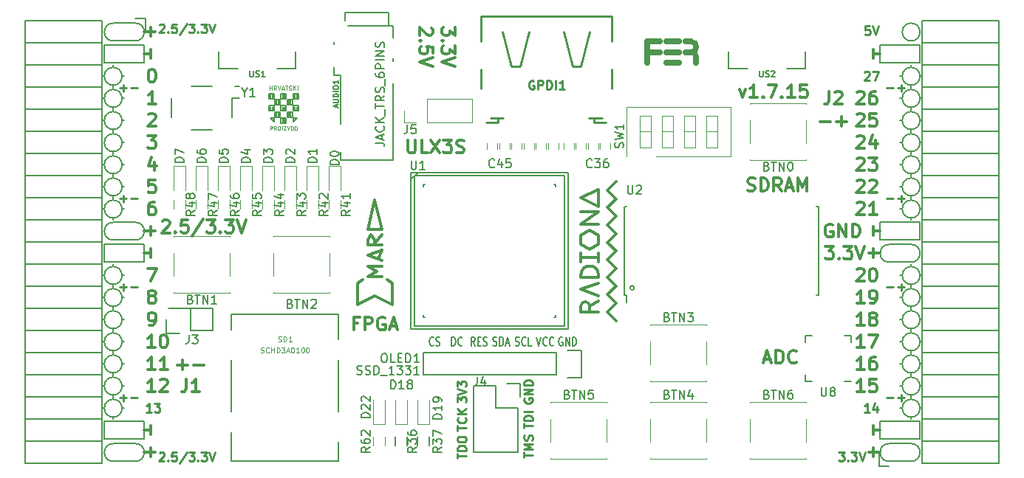
<source format=gto>
G04 #@! TF.FileFunction,Legend,Top*
%FSLAX46Y46*%
G04 Gerber Fmt 4.6, Leading zero omitted, Abs format (unit mm)*
G04 Created by KiCad (PCBNEW 4.0.7+dfsg1-1) date Thu Mar 29 21:21:21 2018*
%MOMM*%
%LPD*%
G01*
G04 APERTURE LIST*
%ADD10C,0.100000*%
%ADD11C,0.300000*%
%ADD12C,0.200000*%
%ADD13C,0.250000*%
%ADD14C,0.120000*%
%ADD15C,0.150000*%
%ADD16C,0.700000*%
%ADD17C,0.254000*%
%ADD18C,0.152400*%
%ADD19C,0.124460*%
%ADD20C,0.075000*%
G04 APERTURE END LIST*
D10*
D11*
X134560429Y-62144715D02*
X134560429Y-63073286D01*
X133989000Y-62573286D01*
X133989000Y-62787572D01*
X133917571Y-62930429D01*
X133846143Y-63001858D01*
X133703286Y-63073286D01*
X133346143Y-63073286D01*
X133203286Y-63001858D01*
X133131857Y-62930429D01*
X133060429Y-62787572D01*
X133060429Y-62359000D01*
X133131857Y-62216143D01*
X133203286Y-62144715D01*
X133203286Y-63716143D02*
X133131857Y-63787571D01*
X133060429Y-63716143D01*
X133131857Y-63644714D01*
X133203286Y-63716143D01*
X133060429Y-63716143D01*
X134560429Y-64287572D02*
X134560429Y-65216143D01*
X133989000Y-64716143D01*
X133989000Y-64930429D01*
X133917571Y-65073286D01*
X133846143Y-65144715D01*
X133703286Y-65216143D01*
X133346143Y-65216143D01*
X133203286Y-65144715D01*
X133131857Y-65073286D01*
X133060429Y-64930429D01*
X133060429Y-64501857D01*
X133131857Y-64359000D01*
X133203286Y-64287572D01*
X134560429Y-65644714D02*
X133060429Y-66144714D01*
X134560429Y-66644714D01*
X131877571Y-62216143D02*
X131949000Y-62287572D01*
X132020429Y-62430429D01*
X132020429Y-62787572D01*
X131949000Y-62930429D01*
X131877571Y-63001858D01*
X131734714Y-63073286D01*
X131591857Y-63073286D01*
X131377571Y-63001858D01*
X130520429Y-62144715D01*
X130520429Y-63073286D01*
X130663286Y-63716143D02*
X130591857Y-63787571D01*
X130520429Y-63716143D01*
X130591857Y-63644714D01*
X130663286Y-63716143D01*
X130520429Y-63716143D01*
X132020429Y-65144715D02*
X132020429Y-64430429D01*
X131306143Y-64359000D01*
X131377571Y-64430429D01*
X131449000Y-64573286D01*
X131449000Y-64930429D01*
X131377571Y-65073286D01*
X131306143Y-65144715D01*
X131163286Y-65216143D01*
X130806143Y-65216143D01*
X130663286Y-65144715D01*
X130591857Y-65073286D01*
X130520429Y-64930429D01*
X130520429Y-64573286D01*
X130591857Y-64430429D01*
X130663286Y-64359000D01*
X132020429Y-65644714D02*
X130520429Y-66144714D01*
X132020429Y-66644714D01*
X102760000Y-100897143D02*
X103902857Y-100897143D01*
X103331428Y-101468571D02*
X103331428Y-100325714D01*
X104617143Y-100897143D02*
X105760000Y-100897143D01*
X167133430Y-69226571D02*
X167490573Y-70226571D01*
X167847715Y-69226571D01*
X169204858Y-70226571D02*
X168347715Y-70226571D01*
X168776287Y-70226571D02*
X168776287Y-68726571D01*
X168633430Y-68940857D01*
X168490572Y-69083714D01*
X168347715Y-69155143D01*
X169847715Y-70083714D02*
X169919143Y-70155143D01*
X169847715Y-70226571D01*
X169776286Y-70155143D01*
X169847715Y-70083714D01*
X169847715Y-70226571D01*
X170419144Y-68726571D02*
X171419144Y-68726571D01*
X170776287Y-70226571D01*
X171990572Y-70083714D02*
X172062000Y-70155143D01*
X171990572Y-70226571D01*
X171919143Y-70155143D01*
X171990572Y-70083714D01*
X171990572Y-70226571D01*
X173490572Y-70226571D02*
X172633429Y-70226571D01*
X173062001Y-70226571D02*
X173062001Y-68726571D01*
X172919144Y-68940857D01*
X172776286Y-69083714D01*
X172633429Y-69155143D01*
X174847715Y-68726571D02*
X174133429Y-68726571D01*
X174062000Y-69440857D01*
X174133429Y-69369429D01*
X174276286Y-69298000D01*
X174633429Y-69298000D01*
X174776286Y-69369429D01*
X174847715Y-69440857D01*
X174919143Y-69583714D01*
X174919143Y-69940857D01*
X174847715Y-70083714D01*
X174776286Y-70155143D01*
X174633429Y-70226571D01*
X174276286Y-70226571D01*
X174133429Y-70155143D01*
X174062000Y-70083714D01*
X182492000Y-87582000D02*
X182492000Y-88598000D01*
X181984000Y-88090000D02*
X183254000Y-88090000D01*
X182492000Y-110442000D02*
X182492000Y-111458000D01*
X183254000Y-110950000D02*
X181984000Y-110950000D01*
X99688000Y-110442000D02*
X99688000Y-111458000D01*
X98926000Y-110950000D02*
X100196000Y-110950000D01*
X99688000Y-62182000D02*
X99688000Y-63198000D01*
X98926000Y-62690000D02*
X100196000Y-62690000D01*
X99688000Y-85042000D02*
X99688000Y-86058000D01*
X98926000Y-85550000D02*
X100196000Y-85550000D01*
D12*
X97910000Y-63706000D02*
G75*
G03X97910000Y-61674000I0J1016000D01*
G01*
X184270000Y-109934000D02*
G75*
G03X184270000Y-111966000I0J-1016000D01*
G01*
X95370000Y-111966000D02*
X97910000Y-111966000D01*
X95370000Y-109934000D02*
X97910000Y-109934000D01*
X97910000Y-111966000D02*
G75*
G03X97910000Y-109934000I0J1016000D01*
G01*
X95370000Y-109934000D02*
G75*
G03X95370000Y-111966000I0J-1016000D01*
G01*
X95370000Y-61674000D02*
X97910000Y-61674000D01*
X95370000Y-63706000D02*
X97910000Y-63706000D01*
X95370000Y-61674000D02*
G75*
G03X95370000Y-63706000I0J-1016000D01*
G01*
X95370000Y-84534000D02*
X97910000Y-84534000D01*
X95370000Y-86566000D02*
X97910000Y-86566000D01*
X95370000Y-84534000D02*
G75*
G03X95370000Y-86566000I0J-1016000D01*
G01*
X97910000Y-86566000D02*
G75*
G03X97910000Y-84534000I0J1016000D01*
G01*
X187826000Y-62690000D02*
G75*
G03X187826000Y-62690000I-1016000J0D01*
G01*
X184270000Y-89106000D02*
X186810000Y-89106000D01*
X184270000Y-87074000D02*
X186810000Y-87074000D01*
X184270000Y-87074000D02*
G75*
G03X184270000Y-89106000I0J-1016000D01*
G01*
X186810000Y-89106000D02*
G75*
G03X186810000Y-87074000I0J1016000D01*
G01*
X186810000Y-111966000D02*
X184270000Y-111966000D01*
X186810000Y-109934000D02*
X184270000Y-109934000D01*
X186810000Y-111966000D02*
G75*
G03X186810000Y-109934000I0J1016000D01*
G01*
X94354000Y-66246000D02*
X94354000Y-64214000D01*
X98926000Y-66246000D02*
X94354000Y-66246000D01*
X98926000Y-64214000D02*
X98926000Y-66246000D01*
X94354000Y-64214000D02*
X98926000Y-64214000D01*
X94354000Y-87074000D02*
X98926000Y-87074000D01*
X94354000Y-89106000D02*
X94354000Y-87074000D01*
X98926000Y-89106000D02*
X94354000Y-89106000D01*
X98926000Y-87074000D02*
X98926000Y-89106000D01*
X94354000Y-109426000D02*
X98926000Y-109426000D01*
X94354000Y-107394000D02*
X94354000Y-109426000D01*
X98926000Y-107394000D02*
X94354000Y-107394000D01*
X98926000Y-109426000D02*
X98926000Y-107394000D01*
X183254000Y-109426000D02*
X187826000Y-109426000D01*
X183254000Y-107394000D02*
X183254000Y-109426000D01*
X187826000Y-107394000D02*
X187826000Y-109426000D01*
X183254000Y-107394000D02*
X187826000Y-107394000D01*
X183254000Y-66246000D02*
X187826000Y-66246000D01*
X183254000Y-64214000D02*
X183254000Y-66246000D01*
X187826000Y-64214000D02*
X183254000Y-64214000D01*
X187826000Y-66246000D02*
X187826000Y-64214000D01*
X183254000Y-84534000D02*
X187826000Y-84534000D01*
X183254000Y-86566000D02*
X183254000Y-84534000D01*
X187826000Y-86566000D02*
X183254000Y-86566000D01*
X187826000Y-84534000D02*
X187826000Y-86566000D01*
D13*
X96148000Y-69111429D02*
X96909905Y-69111429D01*
X96528953Y-69492381D02*
X96528953Y-68730476D01*
X97386095Y-69111429D02*
X98148000Y-69111429D01*
X96148000Y-81811429D02*
X96909905Y-81811429D01*
X96528953Y-82192381D02*
X96528953Y-81430476D01*
X97386095Y-81811429D02*
X98148000Y-81811429D01*
X96148000Y-91971429D02*
X96909905Y-91971429D01*
X96528953Y-92352381D02*
X96528953Y-91590476D01*
X97386095Y-91971429D02*
X98148000Y-91971429D01*
X96148000Y-104671429D02*
X96909905Y-104671429D01*
X96528953Y-105052381D02*
X96528953Y-104290476D01*
X97386095Y-104671429D02*
X98148000Y-104671429D01*
X184032000Y-104671429D02*
X184793905Y-104671429D01*
X185270095Y-104671429D02*
X186032000Y-104671429D01*
X185651048Y-105052381D02*
X185651048Y-104290476D01*
X184032000Y-91971429D02*
X184793905Y-91971429D01*
X185270095Y-91971429D02*
X186032000Y-91971429D01*
X185651048Y-92352381D02*
X185651048Y-91590476D01*
X184032000Y-81811429D02*
X184793905Y-81811429D01*
X185270095Y-81811429D02*
X186032000Y-81811429D01*
X185651048Y-82192381D02*
X185651048Y-81430476D01*
X184032000Y-69111429D02*
X184793905Y-69111429D01*
X185270095Y-69111429D02*
X186032000Y-69111429D01*
X185651048Y-69492381D02*
X185651048Y-68730476D01*
D11*
X176420000Y-72957143D02*
X177562857Y-72957143D01*
X178277143Y-72957143D02*
X179420000Y-72957143D01*
X178848571Y-73528571D02*
X178848571Y-72385714D01*
D12*
X187826000Y-67770000D02*
G75*
G03X187826000Y-67770000I-1016000J0D01*
G01*
X187826000Y-70310000D02*
G75*
G03X187826000Y-70310000I-1016000J0D01*
G01*
X187826000Y-72850000D02*
G75*
G03X187826000Y-72850000I-1016000J0D01*
G01*
X187826000Y-75390000D02*
G75*
G03X187826000Y-75390000I-1016000J0D01*
G01*
X187826000Y-77930000D02*
G75*
G03X187826000Y-77930000I-1016000J0D01*
G01*
X187826000Y-80470000D02*
G75*
G03X187826000Y-80470000I-1016000J0D01*
G01*
X187826000Y-83010000D02*
G75*
G03X187826000Y-83010000I-1016000J0D01*
G01*
X187826000Y-90630000D02*
G75*
G03X187826000Y-90630000I-1016000J0D01*
G01*
X187826000Y-93170000D02*
G75*
G03X187826000Y-93170000I-1016000J0D01*
G01*
X187826000Y-95710000D02*
G75*
G03X187826000Y-95710000I-1016000J0D01*
G01*
X187826000Y-98250000D02*
G75*
G03X187826000Y-98250000I-1016000J0D01*
G01*
X187826000Y-100790000D02*
G75*
G03X187826000Y-100790000I-1016000J0D01*
G01*
X187826000Y-103330000D02*
G75*
G03X187826000Y-103330000I-1016000J0D01*
G01*
X187826000Y-105870000D02*
G75*
G03X187826000Y-105870000I-1016000J0D01*
G01*
X96386000Y-105870000D02*
G75*
G03X96386000Y-105870000I-1016000J0D01*
G01*
X96386000Y-103330000D02*
G75*
G03X96386000Y-103330000I-1016000J0D01*
G01*
X96386000Y-100790000D02*
G75*
G03X96386000Y-100790000I-1016000J0D01*
G01*
X96386000Y-98250000D02*
G75*
G03X96386000Y-98250000I-1016000J0D01*
G01*
X96386000Y-95710000D02*
G75*
G03X96386000Y-95710000I-1016000J0D01*
G01*
X96386000Y-93170000D02*
G75*
G03X96386000Y-93170000I-1016000J0D01*
G01*
X96386000Y-90630000D02*
G75*
G03X96386000Y-90630000I-1016000J0D01*
G01*
X96386000Y-83010000D02*
G75*
G03X96386000Y-83010000I-1016000J0D01*
G01*
X96386000Y-80470000D02*
G75*
G03X96386000Y-80470000I-1016000J0D01*
G01*
X96386000Y-77930000D02*
G75*
G03X96386000Y-77930000I-1016000J0D01*
G01*
X96386000Y-75390000D02*
G75*
G03X96386000Y-75390000I-1016000J0D01*
G01*
X96386000Y-72850000D02*
G75*
G03X96386000Y-72850000I-1016000J0D01*
G01*
X96386000Y-70310000D02*
G75*
G03X96386000Y-70310000I-1016000J0D01*
G01*
X96386000Y-67770000D02*
G75*
G03X96386000Y-67770000I-1016000J0D01*
G01*
D11*
X177793143Y-84800000D02*
X177650286Y-84728571D01*
X177436000Y-84728571D01*
X177221715Y-84800000D01*
X177078857Y-84942857D01*
X177007429Y-85085714D01*
X176936000Y-85371429D01*
X176936000Y-85585714D01*
X177007429Y-85871429D01*
X177078857Y-86014286D01*
X177221715Y-86157143D01*
X177436000Y-86228571D01*
X177578857Y-86228571D01*
X177793143Y-86157143D01*
X177864572Y-86085714D01*
X177864572Y-85585714D01*
X177578857Y-85585714D01*
X178507429Y-86228571D02*
X178507429Y-84728571D01*
X179364572Y-86228571D01*
X179364572Y-84728571D01*
X180078858Y-86228571D02*
X180078858Y-84728571D01*
X180436001Y-84728571D01*
X180650286Y-84800000D01*
X180793144Y-84942857D01*
X180864572Y-85085714D01*
X180936001Y-85371429D01*
X180936001Y-85585714D01*
X180864572Y-85871429D01*
X180793144Y-86014286D01*
X180650286Y-86157143D01*
X180436001Y-86228571D01*
X180078858Y-86228571D01*
X182492000Y-86058000D02*
X182492000Y-85042000D01*
X183254000Y-85550000D02*
X182492000Y-85550000D01*
X182492000Y-107902000D02*
X182492000Y-108918000D01*
X182492000Y-108410000D02*
X183254000Y-108410000D01*
D13*
X182047524Y-106322381D02*
X181476095Y-106322381D01*
X181761809Y-106322381D02*
X181761809Y-105322381D01*
X181666571Y-105465238D01*
X181571333Y-105560476D01*
X181476095Y-105608095D01*
X182904667Y-105655714D02*
X182904667Y-106322381D01*
X182666571Y-105274762D02*
X182428476Y-105989048D01*
X183047524Y-105989048D01*
X181476095Y-67317619D02*
X181523714Y-67270000D01*
X181618952Y-67222381D01*
X181857048Y-67222381D01*
X181952286Y-67270000D01*
X181999905Y-67317619D01*
X182047524Y-67412857D01*
X182047524Y-67508095D01*
X181999905Y-67650952D01*
X181428476Y-68222381D01*
X182047524Y-68222381D01*
X182380857Y-67222381D02*
X183047524Y-67222381D01*
X182618952Y-68222381D01*
D11*
X182492000Y-64722000D02*
X182492000Y-65738000D01*
X182492000Y-65230000D02*
X183254000Y-65230000D01*
X99688000Y-107902000D02*
X99688000Y-108918000D01*
X98926000Y-108410000D02*
X99688000Y-108410000D01*
X99315001Y-74568571D02*
X100243572Y-74568571D01*
X99743572Y-75140000D01*
X99957858Y-75140000D01*
X100100715Y-75211429D01*
X100172144Y-75282857D01*
X100243572Y-75425714D01*
X100243572Y-75782857D01*
X100172144Y-75925714D01*
X100100715Y-75997143D01*
X99957858Y-76068571D01*
X99529286Y-76068571D01*
X99386429Y-75997143D01*
X99315001Y-75925714D01*
X100100715Y-77608571D02*
X100100715Y-78608571D01*
X99743572Y-77037143D02*
X99386429Y-78108571D01*
X100315001Y-78108571D01*
X100172144Y-79648571D02*
X99457858Y-79648571D01*
X99386429Y-80362857D01*
X99457858Y-80291429D01*
X99600715Y-80220000D01*
X99957858Y-80220000D01*
X100100715Y-80291429D01*
X100172144Y-80362857D01*
X100243572Y-80505714D01*
X100243572Y-80862857D01*
X100172144Y-81005714D01*
X100100715Y-81077143D01*
X99957858Y-81148571D01*
X99600715Y-81148571D01*
X99457858Y-81077143D01*
X99386429Y-81005714D01*
D13*
X99751524Y-106322381D02*
X99180095Y-106322381D01*
X99465809Y-106322381D02*
X99465809Y-105322381D01*
X99370571Y-105465238D01*
X99275333Y-105560476D01*
X99180095Y-105608095D01*
X100084857Y-105322381D02*
X100703905Y-105322381D01*
X100370571Y-105703333D01*
X100513429Y-105703333D01*
X100608667Y-105750952D01*
X100656286Y-105798571D01*
X100703905Y-105893810D01*
X100703905Y-106131905D01*
X100656286Y-106227143D01*
X100608667Y-106274762D01*
X100513429Y-106322381D01*
X100227714Y-106322381D01*
X100132476Y-106274762D01*
X100084857Y-106227143D01*
D11*
X99315001Y-89808571D02*
X100315001Y-89808571D01*
X99672144Y-91308571D01*
X99688000Y-87582000D02*
X99688000Y-88598000D01*
X98926000Y-88090000D02*
X99688000Y-88090000D01*
X99688000Y-64722000D02*
X99688000Y-65738000D01*
X98926000Y-65230000D02*
X99688000Y-65230000D01*
D13*
X100655476Y-61874619D02*
X100703095Y-61827000D01*
X100798333Y-61779381D01*
X101036429Y-61779381D01*
X101131667Y-61827000D01*
X101179286Y-61874619D01*
X101226905Y-61969857D01*
X101226905Y-62065095D01*
X101179286Y-62207952D01*
X100607857Y-62779381D01*
X101226905Y-62779381D01*
X101655476Y-62684143D02*
X101703095Y-62731762D01*
X101655476Y-62779381D01*
X101607857Y-62731762D01*
X101655476Y-62684143D01*
X101655476Y-62779381D01*
X102607857Y-61779381D02*
X102131666Y-61779381D01*
X102084047Y-62255571D01*
X102131666Y-62207952D01*
X102226904Y-62160333D01*
X102465000Y-62160333D01*
X102560238Y-62207952D01*
X102607857Y-62255571D01*
X102655476Y-62350810D01*
X102655476Y-62588905D01*
X102607857Y-62684143D01*
X102560238Y-62731762D01*
X102465000Y-62779381D01*
X102226904Y-62779381D01*
X102131666Y-62731762D01*
X102084047Y-62684143D01*
X103798333Y-61731762D02*
X102941190Y-63017476D01*
X104036428Y-61779381D02*
X104655476Y-61779381D01*
X104322142Y-62160333D01*
X104465000Y-62160333D01*
X104560238Y-62207952D01*
X104607857Y-62255571D01*
X104655476Y-62350810D01*
X104655476Y-62588905D01*
X104607857Y-62684143D01*
X104560238Y-62731762D01*
X104465000Y-62779381D01*
X104179285Y-62779381D01*
X104084047Y-62731762D01*
X104036428Y-62684143D01*
X105084047Y-62684143D02*
X105131666Y-62731762D01*
X105084047Y-62779381D01*
X105036428Y-62731762D01*
X105084047Y-62684143D01*
X105084047Y-62779381D01*
X105464999Y-61779381D02*
X106084047Y-61779381D01*
X105750713Y-62160333D01*
X105893571Y-62160333D01*
X105988809Y-62207952D01*
X106036428Y-62255571D01*
X106084047Y-62350810D01*
X106084047Y-62588905D01*
X106036428Y-62684143D01*
X105988809Y-62731762D01*
X105893571Y-62779381D01*
X105607856Y-62779381D01*
X105512618Y-62731762D01*
X105464999Y-62684143D01*
X106369761Y-61779381D02*
X106703094Y-62779381D01*
X107036428Y-61779381D01*
X178522762Y-110910381D02*
X179141810Y-110910381D01*
X178808476Y-111291333D01*
X178951334Y-111291333D01*
X179046572Y-111338952D01*
X179094191Y-111386571D01*
X179141810Y-111481810D01*
X179141810Y-111719905D01*
X179094191Y-111815143D01*
X179046572Y-111862762D01*
X178951334Y-111910381D01*
X178665619Y-111910381D01*
X178570381Y-111862762D01*
X178522762Y-111815143D01*
X179570381Y-111815143D02*
X179618000Y-111862762D01*
X179570381Y-111910381D01*
X179522762Y-111862762D01*
X179570381Y-111815143D01*
X179570381Y-111910381D01*
X179951333Y-110910381D02*
X180570381Y-110910381D01*
X180237047Y-111291333D01*
X180379905Y-111291333D01*
X180475143Y-111338952D01*
X180522762Y-111386571D01*
X180570381Y-111481810D01*
X180570381Y-111719905D01*
X180522762Y-111815143D01*
X180475143Y-111862762D01*
X180379905Y-111910381D01*
X180094190Y-111910381D01*
X179998952Y-111862762D01*
X179951333Y-111815143D01*
X180856095Y-110910381D02*
X181189428Y-111910381D01*
X181522762Y-110910381D01*
D11*
X101004714Y-84381429D02*
X101076143Y-84310000D01*
X101219000Y-84238571D01*
X101576143Y-84238571D01*
X101719000Y-84310000D01*
X101790429Y-84381429D01*
X101861857Y-84524286D01*
X101861857Y-84667143D01*
X101790429Y-84881429D01*
X100933286Y-85738571D01*
X101861857Y-85738571D01*
X102504714Y-85595714D02*
X102576142Y-85667143D01*
X102504714Y-85738571D01*
X102433285Y-85667143D01*
X102504714Y-85595714D01*
X102504714Y-85738571D01*
X103933286Y-84238571D02*
X103219000Y-84238571D01*
X103147571Y-84952857D01*
X103219000Y-84881429D01*
X103361857Y-84810000D01*
X103719000Y-84810000D01*
X103861857Y-84881429D01*
X103933286Y-84952857D01*
X104004714Y-85095714D01*
X104004714Y-85452857D01*
X103933286Y-85595714D01*
X103861857Y-85667143D01*
X103719000Y-85738571D01*
X103361857Y-85738571D01*
X103219000Y-85667143D01*
X103147571Y-85595714D01*
X105718999Y-84167143D02*
X104433285Y-86095714D01*
X106076143Y-84238571D02*
X107004714Y-84238571D01*
X106504714Y-84810000D01*
X106719000Y-84810000D01*
X106861857Y-84881429D01*
X106933286Y-84952857D01*
X107004714Y-85095714D01*
X107004714Y-85452857D01*
X106933286Y-85595714D01*
X106861857Y-85667143D01*
X106719000Y-85738571D01*
X106290428Y-85738571D01*
X106147571Y-85667143D01*
X106076143Y-85595714D01*
X107647571Y-85595714D02*
X107718999Y-85667143D01*
X107647571Y-85738571D01*
X107576142Y-85667143D01*
X107647571Y-85595714D01*
X107647571Y-85738571D01*
X108219000Y-84238571D02*
X109147571Y-84238571D01*
X108647571Y-84810000D01*
X108861857Y-84810000D01*
X109004714Y-84881429D01*
X109076143Y-84952857D01*
X109147571Y-85095714D01*
X109147571Y-85452857D01*
X109076143Y-85595714D01*
X109004714Y-85667143D01*
X108861857Y-85738571D01*
X108433285Y-85738571D01*
X108290428Y-85667143D01*
X108219000Y-85595714D01*
X109576142Y-84238571D02*
X110076142Y-85738571D01*
X110576142Y-84238571D01*
D13*
X100655476Y-111023619D02*
X100703095Y-110976000D01*
X100798333Y-110928381D01*
X101036429Y-110928381D01*
X101131667Y-110976000D01*
X101179286Y-111023619D01*
X101226905Y-111118857D01*
X101226905Y-111214095D01*
X101179286Y-111356952D01*
X100607857Y-111928381D01*
X101226905Y-111928381D01*
X101655476Y-111833143D02*
X101703095Y-111880762D01*
X101655476Y-111928381D01*
X101607857Y-111880762D01*
X101655476Y-111833143D01*
X101655476Y-111928381D01*
X102607857Y-110928381D02*
X102131666Y-110928381D01*
X102084047Y-111404571D01*
X102131666Y-111356952D01*
X102226904Y-111309333D01*
X102465000Y-111309333D01*
X102560238Y-111356952D01*
X102607857Y-111404571D01*
X102655476Y-111499810D01*
X102655476Y-111737905D01*
X102607857Y-111833143D01*
X102560238Y-111880762D01*
X102465000Y-111928381D01*
X102226904Y-111928381D01*
X102131666Y-111880762D01*
X102084047Y-111833143D01*
X103798333Y-110880762D02*
X102941190Y-112166476D01*
X104036428Y-110928381D02*
X104655476Y-110928381D01*
X104322142Y-111309333D01*
X104465000Y-111309333D01*
X104560238Y-111356952D01*
X104607857Y-111404571D01*
X104655476Y-111499810D01*
X104655476Y-111737905D01*
X104607857Y-111833143D01*
X104560238Y-111880762D01*
X104465000Y-111928381D01*
X104179285Y-111928381D01*
X104084047Y-111880762D01*
X104036428Y-111833143D01*
X105084047Y-111833143D02*
X105131666Y-111880762D01*
X105084047Y-111928381D01*
X105036428Y-111880762D01*
X105084047Y-111833143D01*
X105084047Y-111928381D01*
X105464999Y-110928381D02*
X106084047Y-110928381D01*
X105750713Y-111309333D01*
X105893571Y-111309333D01*
X105988809Y-111356952D01*
X106036428Y-111404571D01*
X106084047Y-111499810D01*
X106084047Y-111737905D01*
X106036428Y-111833143D01*
X105988809Y-111880762D01*
X105893571Y-111928381D01*
X105607856Y-111928381D01*
X105512618Y-111880762D01*
X105464999Y-111833143D01*
X106369761Y-110928381D02*
X106703094Y-111928381D01*
X107036428Y-110928381D01*
X182047524Y-62015381D02*
X181571333Y-62015381D01*
X181523714Y-62491571D01*
X181571333Y-62443952D01*
X181666571Y-62396333D01*
X181904667Y-62396333D01*
X181999905Y-62443952D01*
X182047524Y-62491571D01*
X182095143Y-62586810D01*
X182095143Y-62824905D01*
X182047524Y-62920143D01*
X181999905Y-62967762D01*
X181904667Y-63015381D01*
X181666571Y-63015381D01*
X181571333Y-62967762D01*
X181523714Y-62920143D01*
X182380857Y-62015381D02*
X182714190Y-63015381D01*
X183047524Y-62015381D01*
D11*
X180587143Y-69631429D02*
X180658572Y-69560000D01*
X180801429Y-69488571D01*
X181158572Y-69488571D01*
X181301429Y-69560000D01*
X181372858Y-69631429D01*
X181444286Y-69774286D01*
X181444286Y-69917143D01*
X181372858Y-70131429D01*
X180515715Y-70988571D01*
X181444286Y-70988571D01*
X182730000Y-69488571D02*
X182444286Y-69488571D01*
X182301429Y-69560000D01*
X182230000Y-69631429D01*
X182087143Y-69845714D01*
X182015714Y-70131429D01*
X182015714Y-70702857D01*
X182087143Y-70845714D01*
X182158571Y-70917143D01*
X182301429Y-70988571D01*
X182587143Y-70988571D01*
X182730000Y-70917143D01*
X182801429Y-70845714D01*
X182872857Y-70702857D01*
X182872857Y-70345714D01*
X182801429Y-70202857D01*
X182730000Y-70131429D01*
X182587143Y-70060000D01*
X182301429Y-70060000D01*
X182158571Y-70131429D01*
X182087143Y-70202857D01*
X182015714Y-70345714D01*
X180587143Y-72171429D02*
X180658572Y-72100000D01*
X180801429Y-72028571D01*
X181158572Y-72028571D01*
X181301429Y-72100000D01*
X181372858Y-72171429D01*
X181444286Y-72314286D01*
X181444286Y-72457143D01*
X181372858Y-72671429D01*
X180515715Y-73528571D01*
X181444286Y-73528571D01*
X182801429Y-72028571D02*
X182087143Y-72028571D01*
X182015714Y-72742857D01*
X182087143Y-72671429D01*
X182230000Y-72600000D01*
X182587143Y-72600000D01*
X182730000Y-72671429D01*
X182801429Y-72742857D01*
X182872857Y-72885714D01*
X182872857Y-73242857D01*
X182801429Y-73385714D01*
X182730000Y-73457143D01*
X182587143Y-73528571D01*
X182230000Y-73528571D01*
X182087143Y-73457143D01*
X182015714Y-73385714D01*
X180587143Y-74711429D02*
X180658572Y-74640000D01*
X180801429Y-74568571D01*
X181158572Y-74568571D01*
X181301429Y-74640000D01*
X181372858Y-74711429D01*
X181444286Y-74854286D01*
X181444286Y-74997143D01*
X181372858Y-75211429D01*
X180515715Y-76068571D01*
X181444286Y-76068571D01*
X182730000Y-75068571D02*
X182730000Y-76068571D01*
X182372857Y-74497143D02*
X182015714Y-75568571D01*
X182944286Y-75568571D01*
X180587143Y-77251429D02*
X180658572Y-77180000D01*
X180801429Y-77108571D01*
X181158572Y-77108571D01*
X181301429Y-77180000D01*
X181372858Y-77251429D01*
X181444286Y-77394286D01*
X181444286Y-77537143D01*
X181372858Y-77751429D01*
X180515715Y-78608571D01*
X181444286Y-78608571D01*
X181944286Y-77108571D02*
X182872857Y-77108571D01*
X182372857Y-77680000D01*
X182587143Y-77680000D01*
X182730000Y-77751429D01*
X182801429Y-77822857D01*
X182872857Y-77965714D01*
X182872857Y-78322857D01*
X182801429Y-78465714D01*
X182730000Y-78537143D01*
X182587143Y-78608571D01*
X182158571Y-78608571D01*
X182015714Y-78537143D01*
X181944286Y-78465714D01*
X180587143Y-79791429D02*
X180658572Y-79720000D01*
X180801429Y-79648571D01*
X181158572Y-79648571D01*
X181301429Y-79720000D01*
X181372858Y-79791429D01*
X181444286Y-79934286D01*
X181444286Y-80077143D01*
X181372858Y-80291429D01*
X180515715Y-81148571D01*
X181444286Y-81148571D01*
X182015714Y-79791429D02*
X182087143Y-79720000D01*
X182230000Y-79648571D01*
X182587143Y-79648571D01*
X182730000Y-79720000D01*
X182801429Y-79791429D01*
X182872857Y-79934286D01*
X182872857Y-80077143D01*
X182801429Y-80291429D01*
X181944286Y-81148571D01*
X182872857Y-81148571D01*
X180587143Y-82331429D02*
X180658572Y-82260000D01*
X180801429Y-82188571D01*
X181158572Y-82188571D01*
X181301429Y-82260000D01*
X181372858Y-82331429D01*
X181444286Y-82474286D01*
X181444286Y-82617143D01*
X181372858Y-82831429D01*
X180515715Y-83688571D01*
X181444286Y-83688571D01*
X182872857Y-83688571D02*
X182015714Y-83688571D01*
X182444286Y-83688571D02*
X182444286Y-82188571D01*
X182301429Y-82402857D01*
X182158571Y-82545714D01*
X182015714Y-82617143D01*
X176975715Y-87268571D02*
X177904286Y-87268571D01*
X177404286Y-87840000D01*
X177618572Y-87840000D01*
X177761429Y-87911429D01*
X177832858Y-87982857D01*
X177904286Y-88125714D01*
X177904286Y-88482857D01*
X177832858Y-88625714D01*
X177761429Y-88697143D01*
X177618572Y-88768571D01*
X177190000Y-88768571D01*
X177047143Y-88697143D01*
X176975715Y-88625714D01*
X178547143Y-88625714D02*
X178618571Y-88697143D01*
X178547143Y-88768571D01*
X178475714Y-88697143D01*
X178547143Y-88625714D01*
X178547143Y-88768571D01*
X179118572Y-87268571D02*
X180047143Y-87268571D01*
X179547143Y-87840000D01*
X179761429Y-87840000D01*
X179904286Y-87911429D01*
X179975715Y-87982857D01*
X180047143Y-88125714D01*
X180047143Y-88482857D01*
X179975715Y-88625714D01*
X179904286Y-88697143D01*
X179761429Y-88768571D01*
X179332857Y-88768571D01*
X179190000Y-88697143D01*
X179118572Y-88625714D01*
X180475714Y-87268571D02*
X180975714Y-88768571D01*
X181475714Y-87268571D01*
X180587143Y-89951429D02*
X180658572Y-89880000D01*
X180801429Y-89808571D01*
X181158572Y-89808571D01*
X181301429Y-89880000D01*
X181372858Y-89951429D01*
X181444286Y-90094286D01*
X181444286Y-90237143D01*
X181372858Y-90451429D01*
X180515715Y-91308571D01*
X181444286Y-91308571D01*
X182372857Y-89808571D02*
X182515714Y-89808571D01*
X182658571Y-89880000D01*
X182730000Y-89951429D01*
X182801429Y-90094286D01*
X182872857Y-90380000D01*
X182872857Y-90737143D01*
X182801429Y-91022857D01*
X182730000Y-91165714D01*
X182658571Y-91237143D01*
X182515714Y-91308571D01*
X182372857Y-91308571D01*
X182230000Y-91237143D01*
X182158571Y-91165714D01*
X182087143Y-91022857D01*
X182015714Y-90737143D01*
X182015714Y-90380000D01*
X182087143Y-90094286D01*
X182158571Y-89951429D01*
X182230000Y-89880000D01*
X182372857Y-89808571D01*
X181444286Y-93848571D02*
X180587143Y-93848571D01*
X181015715Y-93848571D02*
X181015715Y-92348571D01*
X180872858Y-92562857D01*
X180730000Y-92705714D01*
X180587143Y-92777143D01*
X182158571Y-93848571D02*
X182444286Y-93848571D01*
X182587143Y-93777143D01*
X182658571Y-93705714D01*
X182801429Y-93491429D01*
X182872857Y-93205714D01*
X182872857Y-92634286D01*
X182801429Y-92491429D01*
X182730000Y-92420000D01*
X182587143Y-92348571D01*
X182301429Y-92348571D01*
X182158571Y-92420000D01*
X182087143Y-92491429D01*
X182015714Y-92634286D01*
X182015714Y-92991429D01*
X182087143Y-93134286D01*
X182158571Y-93205714D01*
X182301429Y-93277143D01*
X182587143Y-93277143D01*
X182730000Y-93205714D01*
X182801429Y-93134286D01*
X182872857Y-92991429D01*
X181444286Y-96388571D02*
X180587143Y-96388571D01*
X181015715Y-96388571D02*
X181015715Y-94888571D01*
X180872858Y-95102857D01*
X180730000Y-95245714D01*
X180587143Y-95317143D01*
X182301429Y-95531429D02*
X182158571Y-95460000D01*
X182087143Y-95388571D01*
X182015714Y-95245714D01*
X182015714Y-95174286D01*
X182087143Y-95031429D01*
X182158571Y-94960000D01*
X182301429Y-94888571D01*
X182587143Y-94888571D01*
X182730000Y-94960000D01*
X182801429Y-95031429D01*
X182872857Y-95174286D01*
X182872857Y-95245714D01*
X182801429Y-95388571D01*
X182730000Y-95460000D01*
X182587143Y-95531429D01*
X182301429Y-95531429D01*
X182158571Y-95602857D01*
X182087143Y-95674286D01*
X182015714Y-95817143D01*
X182015714Y-96102857D01*
X182087143Y-96245714D01*
X182158571Y-96317143D01*
X182301429Y-96388571D01*
X182587143Y-96388571D01*
X182730000Y-96317143D01*
X182801429Y-96245714D01*
X182872857Y-96102857D01*
X182872857Y-95817143D01*
X182801429Y-95674286D01*
X182730000Y-95602857D01*
X182587143Y-95531429D01*
X181444286Y-98928571D02*
X180587143Y-98928571D01*
X181015715Y-98928571D02*
X181015715Y-97428571D01*
X180872858Y-97642857D01*
X180730000Y-97785714D01*
X180587143Y-97857143D01*
X181944286Y-97428571D02*
X182944286Y-97428571D01*
X182301429Y-98928571D01*
X181444286Y-101468571D02*
X180587143Y-101468571D01*
X181015715Y-101468571D02*
X181015715Y-99968571D01*
X180872858Y-100182857D01*
X180730000Y-100325714D01*
X180587143Y-100397143D01*
X182730000Y-99968571D02*
X182444286Y-99968571D01*
X182301429Y-100040000D01*
X182230000Y-100111429D01*
X182087143Y-100325714D01*
X182015714Y-100611429D01*
X182015714Y-101182857D01*
X182087143Y-101325714D01*
X182158571Y-101397143D01*
X182301429Y-101468571D01*
X182587143Y-101468571D01*
X182730000Y-101397143D01*
X182801429Y-101325714D01*
X182872857Y-101182857D01*
X182872857Y-100825714D01*
X182801429Y-100682857D01*
X182730000Y-100611429D01*
X182587143Y-100540000D01*
X182301429Y-100540000D01*
X182158571Y-100611429D01*
X182087143Y-100682857D01*
X182015714Y-100825714D01*
X181444286Y-104008571D02*
X180587143Y-104008571D01*
X181015715Y-104008571D02*
X181015715Y-102508571D01*
X180872858Y-102722857D01*
X180730000Y-102865714D01*
X180587143Y-102937143D01*
X182801429Y-102508571D02*
X182087143Y-102508571D01*
X182015714Y-103222857D01*
X182087143Y-103151429D01*
X182230000Y-103080000D01*
X182587143Y-103080000D01*
X182730000Y-103151429D01*
X182801429Y-103222857D01*
X182872857Y-103365714D01*
X182872857Y-103722857D01*
X182801429Y-103865714D01*
X182730000Y-103937143D01*
X182587143Y-104008571D01*
X182230000Y-104008571D01*
X182087143Y-103937143D01*
X182015714Y-103865714D01*
D12*
X186810000Y-66500000D02*
X186810000Y-66754000D01*
X187826000Y-67770000D02*
X188080000Y-67770000D01*
X185540000Y-67770000D02*
X185794000Y-67770000D01*
X186810000Y-69294000D02*
X186810000Y-68786000D01*
X187826000Y-70310000D02*
X188080000Y-70310000D01*
X185540000Y-70310000D02*
X185794000Y-70310000D01*
X186810000Y-71326000D02*
X186810000Y-71834000D01*
X187826000Y-72850000D02*
X188080000Y-72850000D01*
X185540000Y-72850000D02*
X185794000Y-72850000D01*
X186810000Y-73866000D02*
X186810000Y-74374000D01*
X187826000Y-75390000D02*
X188080000Y-75390000D01*
X185540000Y-75390000D02*
X185794000Y-75390000D01*
X186810000Y-76406000D02*
X186810000Y-76914000D01*
X187826000Y-77930000D02*
X188080000Y-77930000D01*
X185540000Y-77930000D02*
X185794000Y-77930000D01*
X186810000Y-79454000D02*
X186810000Y-78946000D01*
X187826000Y-80470000D02*
X188080000Y-80470000D01*
X185540000Y-80470000D02*
X185794000Y-80470000D01*
X186810000Y-81994000D02*
X186810000Y-81486000D01*
X187826000Y-83010000D02*
X188080000Y-83010000D01*
X185540000Y-83010000D02*
X185794000Y-83010000D01*
X186810000Y-84026000D02*
X186810000Y-84280000D01*
X186810000Y-89360000D02*
X186810000Y-89614000D01*
X187826000Y-90630000D02*
X188080000Y-90630000D01*
X185540000Y-90630000D02*
X185794000Y-90630000D01*
X186810000Y-91646000D02*
X186810000Y-92154000D01*
X187826000Y-93170000D02*
X188080000Y-93170000D01*
X185540000Y-93170000D02*
X185794000Y-93170000D01*
X186810000Y-94186000D02*
X186810000Y-94694000D01*
X187826000Y-95710000D02*
X188080000Y-95710000D01*
X185540000Y-95710000D02*
X185794000Y-95710000D01*
X186810000Y-97234000D02*
X186810000Y-96726000D01*
X187826000Y-98250000D02*
X188080000Y-98250000D01*
X185540000Y-98250000D02*
X185794000Y-98250000D01*
X187826000Y-100790000D02*
X188080000Y-100790000D01*
X185540000Y-100790000D02*
X185794000Y-100790000D01*
X186810000Y-99266000D02*
X186810000Y-99774000D01*
X186810000Y-102314000D02*
X186810000Y-101806000D01*
X187826000Y-103330000D02*
X188080000Y-103330000D01*
X185540000Y-103330000D02*
X185794000Y-103330000D01*
X186810000Y-104346000D02*
X186810000Y-104854000D01*
X185540000Y-105870000D02*
X185794000Y-105870000D01*
X187826000Y-105870000D02*
X188080000Y-105870000D01*
X186810000Y-106886000D02*
X186810000Y-107140000D01*
X95370000Y-66754000D02*
X95370000Y-66500000D01*
X96386000Y-67770000D02*
X96640000Y-67770000D01*
X94100000Y-67770000D02*
X94354000Y-67770000D01*
X95370000Y-68786000D02*
X95370000Y-69294000D01*
X96386000Y-70310000D02*
X96640000Y-70310000D01*
X94100000Y-70310000D02*
X94354000Y-70310000D01*
X95370000Y-71326000D02*
X95370000Y-71834000D01*
X96386000Y-72850000D02*
X96640000Y-72850000D01*
X94100000Y-72850000D02*
X94354000Y-72850000D01*
X95370000Y-73866000D02*
X95370000Y-74374000D01*
X96386000Y-75390000D02*
X96640000Y-75390000D01*
X95370000Y-76406000D02*
X95370000Y-76914000D01*
X96386000Y-77930000D02*
X96640000Y-77930000D01*
X94100000Y-77930000D02*
X94354000Y-77930000D01*
X95370000Y-79454000D02*
X95370000Y-78946000D01*
X96386000Y-80470000D02*
X96640000Y-80470000D01*
X94100000Y-80470000D02*
X94354000Y-80470000D01*
X95370000Y-81486000D02*
X95370000Y-81994000D01*
X96386000Y-83010000D02*
X96640000Y-83010000D01*
X95370000Y-84026000D02*
X95370000Y-84280000D01*
X94100000Y-83010000D02*
X94354000Y-83010000D01*
X95370000Y-106886000D02*
X95370000Y-107140000D01*
X95370000Y-89360000D02*
X95370000Y-89614000D01*
X96386000Y-93170000D02*
X96640000Y-93170000D01*
X94100000Y-93170000D02*
X94354000Y-93170000D01*
X95370000Y-94186000D02*
X95370000Y-94694000D01*
X94100000Y-90630000D02*
X94354000Y-90630000D01*
X96386000Y-90630000D02*
X96640000Y-90630000D01*
X95370000Y-92154000D02*
X95370000Y-91646000D01*
X96386000Y-95710000D02*
X96640000Y-95710000D01*
X94100000Y-95710000D02*
X94354000Y-95710000D01*
X96386000Y-98250000D02*
X96640000Y-98250000D01*
X94354000Y-98250000D02*
X94100000Y-98250000D01*
X95370000Y-96726000D02*
X95370000Y-97234000D01*
X95370000Y-99266000D02*
X95370000Y-99774000D01*
X94100000Y-100790000D02*
X94354000Y-100790000D01*
X96386000Y-100790000D02*
X96640000Y-100790000D01*
X94100000Y-103330000D02*
X94354000Y-103330000D01*
X96386000Y-103330000D02*
X96640000Y-103330000D01*
X95370000Y-101806000D02*
X95370000Y-102314000D01*
X95370000Y-104346000D02*
X95370000Y-104854000D01*
X96386000Y-105870000D02*
X96640000Y-105870000D01*
X94100000Y-105870000D02*
X94354000Y-105870000D01*
D11*
X100164286Y-104008571D02*
X99307143Y-104008571D01*
X99735715Y-104008571D02*
X99735715Y-102508571D01*
X99592858Y-102722857D01*
X99450000Y-102865714D01*
X99307143Y-102937143D01*
X100735714Y-102651429D02*
X100807143Y-102580000D01*
X100950000Y-102508571D01*
X101307143Y-102508571D01*
X101450000Y-102580000D01*
X101521429Y-102651429D01*
X101592857Y-102794286D01*
X101592857Y-102937143D01*
X101521429Y-103151429D01*
X100664286Y-104008571D01*
X101592857Y-104008571D01*
X100164286Y-101468571D02*
X99307143Y-101468571D01*
X99735715Y-101468571D02*
X99735715Y-99968571D01*
X99592858Y-100182857D01*
X99450000Y-100325714D01*
X99307143Y-100397143D01*
X101592857Y-101468571D02*
X100735714Y-101468571D01*
X101164286Y-101468571D02*
X101164286Y-99968571D01*
X101021429Y-100182857D01*
X100878571Y-100325714D01*
X100735714Y-100397143D01*
X100164286Y-98928571D02*
X99307143Y-98928571D01*
X99735715Y-98928571D02*
X99735715Y-97428571D01*
X99592858Y-97642857D01*
X99450000Y-97785714D01*
X99307143Y-97857143D01*
X101092857Y-97428571D02*
X101235714Y-97428571D01*
X101378571Y-97500000D01*
X101450000Y-97571429D01*
X101521429Y-97714286D01*
X101592857Y-98000000D01*
X101592857Y-98357143D01*
X101521429Y-98642857D01*
X101450000Y-98785714D01*
X101378571Y-98857143D01*
X101235714Y-98928571D01*
X101092857Y-98928571D01*
X100950000Y-98857143D01*
X100878571Y-98785714D01*
X100807143Y-98642857D01*
X100735714Y-98357143D01*
X100735714Y-98000000D01*
X100807143Y-97714286D01*
X100878571Y-97571429D01*
X100950000Y-97500000D01*
X101092857Y-97428571D01*
X99529286Y-96388571D02*
X99815001Y-96388571D01*
X99957858Y-96317143D01*
X100029286Y-96245714D01*
X100172144Y-96031429D01*
X100243572Y-95745714D01*
X100243572Y-95174286D01*
X100172144Y-95031429D01*
X100100715Y-94960000D01*
X99957858Y-94888571D01*
X99672144Y-94888571D01*
X99529286Y-94960000D01*
X99457858Y-95031429D01*
X99386429Y-95174286D01*
X99386429Y-95531429D01*
X99457858Y-95674286D01*
X99529286Y-95745714D01*
X99672144Y-95817143D01*
X99957858Y-95817143D01*
X100100715Y-95745714D01*
X100172144Y-95674286D01*
X100243572Y-95531429D01*
X99672144Y-92991429D02*
X99529286Y-92920000D01*
X99457858Y-92848571D01*
X99386429Y-92705714D01*
X99386429Y-92634286D01*
X99457858Y-92491429D01*
X99529286Y-92420000D01*
X99672144Y-92348571D01*
X99957858Y-92348571D01*
X100100715Y-92420000D01*
X100172144Y-92491429D01*
X100243572Y-92634286D01*
X100243572Y-92705714D01*
X100172144Y-92848571D01*
X100100715Y-92920000D01*
X99957858Y-92991429D01*
X99672144Y-92991429D01*
X99529286Y-93062857D01*
X99457858Y-93134286D01*
X99386429Y-93277143D01*
X99386429Y-93562857D01*
X99457858Y-93705714D01*
X99529286Y-93777143D01*
X99672144Y-93848571D01*
X99957858Y-93848571D01*
X100100715Y-93777143D01*
X100172144Y-93705714D01*
X100243572Y-93562857D01*
X100243572Y-93277143D01*
X100172144Y-93134286D01*
X100100715Y-93062857D01*
X99957858Y-92991429D01*
X100100715Y-82188571D02*
X99815001Y-82188571D01*
X99672144Y-82260000D01*
X99600715Y-82331429D01*
X99457858Y-82545714D01*
X99386429Y-82831429D01*
X99386429Y-83402857D01*
X99457858Y-83545714D01*
X99529286Y-83617143D01*
X99672144Y-83688571D01*
X99957858Y-83688571D01*
X100100715Y-83617143D01*
X100172144Y-83545714D01*
X100243572Y-83402857D01*
X100243572Y-83045714D01*
X100172144Y-82902857D01*
X100100715Y-82831429D01*
X99957858Y-82760000D01*
X99672144Y-82760000D01*
X99529286Y-82831429D01*
X99457858Y-82902857D01*
X99386429Y-83045714D01*
X99386429Y-72171429D02*
X99457858Y-72100000D01*
X99600715Y-72028571D01*
X99957858Y-72028571D01*
X100100715Y-72100000D01*
X100172144Y-72171429D01*
X100243572Y-72314286D01*
X100243572Y-72457143D01*
X100172144Y-72671429D01*
X99315001Y-73528571D01*
X100243572Y-73528571D01*
X100243572Y-70988571D02*
X99386429Y-70988571D01*
X99815001Y-70988571D02*
X99815001Y-69488571D01*
X99672144Y-69702857D01*
X99529286Y-69845714D01*
X99386429Y-69917143D01*
X99743572Y-66948571D02*
X99886429Y-66948571D01*
X100029286Y-67020000D01*
X100100715Y-67091429D01*
X100172144Y-67234286D01*
X100243572Y-67520000D01*
X100243572Y-67877143D01*
X100172144Y-68162857D01*
X100100715Y-68305714D01*
X100029286Y-68377143D01*
X99886429Y-68448571D01*
X99743572Y-68448571D01*
X99600715Y-68377143D01*
X99529286Y-68305714D01*
X99457858Y-68162857D01*
X99386429Y-67877143D01*
X99386429Y-67520000D01*
X99457858Y-67234286D01*
X99529286Y-67091429D01*
X99600715Y-67020000D01*
X99743572Y-66948571D01*
X129148429Y-75076571D02*
X129148429Y-76290857D01*
X129219857Y-76433714D01*
X129291286Y-76505143D01*
X129434143Y-76576571D01*
X129719857Y-76576571D01*
X129862715Y-76505143D01*
X129934143Y-76433714D01*
X130005572Y-76290857D01*
X130005572Y-75076571D01*
X131434144Y-76576571D02*
X130719858Y-76576571D01*
X130719858Y-75076571D01*
X131791287Y-75076571D02*
X132791287Y-76576571D01*
X132791287Y-75076571D02*
X131791287Y-76576571D01*
X133219858Y-75076571D02*
X134148429Y-75076571D01*
X133648429Y-75648000D01*
X133862715Y-75648000D01*
X134005572Y-75719429D01*
X134077001Y-75790857D01*
X134148429Y-75933714D01*
X134148429Y-76290857D01*
X134077001Y-76433714D01*
X134005572Y-76505143D01*
X133862715Y-76576571D01*
X133434143Y-76576571D01*
X133291286Y-76505143D01*
X133219858Y-76433714D01*
X134719857Y-76505143D02*
X134934143Y-76576571D01*
X135291286Y-76576571D01*
X135434143Y-76505143D01*
X135505572Y-76433714D01*
X135577000Y-76290857D01*
X135577000Y-76148000D01*
X135505572Y-76005143D01*
X135434143Y-75933714D01*
X135291286Y-75862286D01*
X135005572Y-75790857D01*
X134862714Y-75719429D01*
X134791286Y-75648000D01*
X134719857Y-75505143D01*
X134719857Y-75362286D01*
X134791286Y-75219429D01*
X134862714Y-75148000D01*
X135005572Y-75076571D01*
X135362714Y-75076571D01*
X135577000Y-75148000D01*
X123413429Y-96110857D02*
X122913429Y-96110857D01*
X122913429Y-96896571D02*
X122913429Y-95396571D01*
X123627715Y-95396571D01*
X124199143Y-96896571D02*
X124199143Y-95396571D01*
X124770571Y-95396571D01*
X124913429Y-95468000D01*
X124984857Y-95539429D01*
X125056286Y-95682286D01*
X125056286Y-95896571D01*
X124984857Y-96039429D01*
X124913429Y-96110857D01*
X124770571Y-96182286D01*
X124199143Y-96182286D01*
X126484857Y-95468000D02*
X126342000Y-95396571D01*
X126127714Y-95396571D01*
X125913429Y-95468000D01*
X125770571Y-95610857D01*
X125699143Y-95753714D01*
X125627714Y-96039429D01*
X125627714Y-96253714D01*
X125699143Y-96539429D01*
X125770571Y-96682286D01*
X125913429Y-96825143D01*
X126127714Y-96896571D01*
X126270571Y-96896571D01*
X126484857Y-96825143D01*
X126556286Y-96753714D01*
X126556286Y-96253714D01*
X126270571Y-96253714D01*
X127127714Y-96468000D02*
X127842000Y-96468000D01*
X126984857Y-96896571D02*
X127484857Y-95396571D01*
X127984857Y-96896571D01*
X168077929Y-80886643D02*
X168292215Y-80958071D01*
X168649358Y-80958071D01*
X168792215Y-80886643D01*
X168863644Y-80815214D01*
X168935072Y-80672357D01*
X168935072Y-80529500D01*
X168863644Y-80386643D01*
X168792215Y-80315214D01*
X168649358Y-80243786D01*
X168363644Y-80172357D01*
X168220786Y-80100929D01*
X168149358Y-80029500D01*
X168077929Y-79886643D01*
X168077929Y-79743786D01*
X168149358Y-79600929D01*
X168220786Y-79529500D01*
X168363644Y-79458071D01*
X168720786Y-79458071D01*
X168935072Y-79529500D01*
X169577929Y-80958071D02*
X169577929Y-79458071D01*
X169935072Y-79458071D01*
X170149357Y-79529500D01*
X170292215Y-79672357D01*
X170363643Y-79815214D01*
X170435072Y-80100929D01*
X170435072Y-80315214D01*
X170363643Y-80600929D01*
X170292215Y-80743786D01*
X170149357Y-80886643D01*
X169935072Y-80958071D01*
X169577929Y-80958071D01*
X171935072Y-80958071D02*
X171435072Y-80243786D01*
X171077929Y-80958071D02*
X171077929Y-79458071D01*
X171649357Y-79458071D01*
X171792215Y-79529500D01*
X171863643Y-79600929D01*
X171935072Y-79743786D01*
X171935072Y-79958071D01*
X171863643Y-80100929D01*
X171792215Y-80172357D01*
X171649357Y-80243786D01*
X171077929Y-80243786D01*
X172506500Y-80529500D02*
X173220786Y-80529500D01*
X172363643Y-80958071D02*
X172863643Y-79458071D01*
X173363643Y-80958071D01*
X173863643Y-80958071D02*
X173863643Y-79458071D01*
X174363643Y-80529500D01*
X174863643Y-79458071D01*
X174863643Y-80958071D01*
X169966857Y-100278000D02*
X170681143Y-100278000D01*
X169824000Y-100706571D02*
X170324000Y-99206571D01*
X170824000Y-100706571D01*
X171324000Y-100706571D02*
X171324000Y-99206571D01*
X171681143Y-99206571D01*
X171895428Y-99278000D01*
X172038286Y-99420857D01*
X172109714Y-99563714D01*
X172181143Y-99849429D01*
X172181143Y-100063714D01*
X172109714Y-100349429D01*
X172038286Y-100492286D01*
X171895428Y-100635143D01*
X171681143Y-100706571D01*
X171324000Y-100706571D01*
X173681143Y-100563714D02*
X173609714Y-100635143D01*
X173395428Y-100706571D01*
X173252571Y-100706571D01*
X173038286Y-100635143D01*
X172895428Y-100492286D01*
X172824000Y-100349429D01*
X172752571Y-100063714D01*
X172752571Y-99849429D01*
X172824000Y-99563714D01*
X172895428Y-99420857D01*
X173038286Y-99278000D01*
X173252571Y-99206571D01*
X173395428Y-99206571D01*
X173609714Y-99278000D01*
X173681143Y-99349429D01*
D13*
X142447381Y-111521333D02*
X142447381Y-110949904D01*
X143447381Y-111235619D02*
X142447381Y-111235619D01*
X143447381Y-110616571D02*
X142447381Y-110616571D01*
X143161667Y-110283237D01*
X142447381Y-109949904D01*
X143447381Y-109949904D01*
X143399762Y-109521333D02*
X143447381Y-109378476D01*
X143447381Y-109140380D01*
X143399762Y-109045142D01*
X143352143Y-108997523D01*
X143256905Y-108949904D01*
X143161667Y-108949904D01*
X143066429Y-108997523D01*
X143018810Y-109045142D01*
X142971190Y-109140380D01*
X142923571Y-109330857D01*
X142875952Y-109426095D01*
X142828333Y-109473714D01*
X142733095Y-109521333D01*
X142637857Y-109521333D01*
X142542619Y-109473714D01*
X142495000Y-109426095D01*
X142447381Y-109330857D01*
X142447381Y-109092761D01*
X142495000Y-108949904D01*
X142447381Y-108163809D02*
X142447381Y-107592380D01*
X143447381Y-107878095D02*
X142447381Y-107878095D01*
X143447381Y-107259047D02*
X142447381Y-107259047D01*
X142447381Y-107020952D01*
X142495000Y-106878094D01*
X142590238Y-106782856D01*
X142685476Y-106735237D01*
X142875952Y-106687618D01*
X143018810Y-106687618D01*
X143209286Y-106735237D01*
X143304524Y-106782856D01*
X143399762Y-106878094D01*
X143447381Y-107020952D01*
X143447381Y-107259047D01*
X143447381Y-106259047D02*
X142447381Y-106259047D01*
X142495000Y-104726904D02*
X142447381Y-104822142D01*
X142447381Y-104964999D01*
X142495000Y-105107857D01*
X142590238Y-105203095D01*
X142685476Y-105250714D01*
X142875952Y-105298333D01*
X143018810Y-105298333D01*
X143209286Y-105250714D01*
X143304524Y-105203095D01*
X143399762Y-105107857D01*
X143447381Y-104964999D01*
X143447381Y-104869761D01*
X143399762Y-104726904D01*
X143352143Y-104679285D01*
X143018810Y-104679285D01*
X143018810Y-104869761D01*
X143447381Y-104250714D02*
X142447381Y-104250714D01*
X143447381Y-103679285D01*
X142447381Y-103679285D01*
X143447381Y-103203095D02*
X142447381Y-103203095D01*
X142447381Y-102965000D01*
X142495000Y-102822142D01*
X142590238Y-102726904D01*
X142685476Y-102679285D01*
X142875952Y-102631666D01*
X143018810Y-102631666D01*
X143209286Y-102679285D01*
X143304524Y-102726904D01*
X143399762Y-102822142D01*
X143447381Y-102965000D01*
X143447381Y-103203095D01*
X134827381Y-111624524D02*
X134827381Y-111053095D01*
X135827381Y-111338810D02*
X134827381Y-111338810D01*
X135827381Y-110719762D02*
X134827381Y-110719762D01*
X134827381Y-110481667D01*
X134875000Y-110338809D01*
X134970238Y-110243571D01*
X135065476Y-110195952D01*
X135255952Y-110148333D01*
X135398810Y-110148333D01*
X135589286Y-110195952D01*
X135684524Y-110243571D01*
X135779762Y-110338809D01*
X135827381Y-110481667D01*
X135827381Y-110719762D01*
X134827381Y-109529286D02*
X134827381Y-109338809D01*
X134875000Y-109243571D01*
X134970238Y-109148333D01*
X135160714Y-109100714D01*
X135494048Y-109100714D01*
X135684524Y-109148333D01*
X135779762Y-109243571D01*
X135827381Y-109338809D01*
X135827381Y-109529286D01*
X135779762Y-109624524D01*
X135684524Y-109719762D01*
X135494048Y-109767381D01*
X135160714Y-109767381D01*
X134970238Y-109719762D01*
X134875000Y-109624524D01*
X134827381Y-109529286D01*
X134827381Y-108425714D02*
X134827381Y-107854285D01*
X135827381Y-108140000D02*
X134827381Y-108140000D01*
X135732143Y-106949523D02*
X135779762Y-106997142D01*
X135827381Y-107139999D01*
X135827381Y-107235237D01*
X135779762Y-107378095D01*
X135684524Y-107473333D01*
X135589286Y-107520952D01*
X135398810Y-107568571D01*
X135255952Y-107568571D01*
X135065476Y-107520952D01*
X134970238Y-107473333D01*
X134875000Y-107378095D01*
X134827381Y-107235237D01*
X134827381Y-107139999D01*
X134875000Y-106997142D01*
X134922619Y-106949523D01*
X135827381Y-106520952D02*
X134827381Y-106520952D01*
X135827381Y-105949523D02*
X135255952Y-106378095D01*
X134827381Y-105949523D02*
X135398810Y-106520952D01*
X134827381Y-105203095D02*
X134827381Y-104584047D01*
X135208333Y-104917381D01*
X135208333Y-104774523D01*
X135255952Y-104679285D01*
X135303571Y-104631666D01*
X135398810Y-104584047D01*
X135636905Y-104584047D01*
X135732143Y-104631666D01*
X135779762Y-104679285D01*
X135827381Y-104774523D01*
X135827381Y-105060238D01*
X135779762Y-105155476D01*
X135732143Y-105203095D01*
X134827381Y-104298333D02*
X135827381Y-103965000D01*
X134827381Y-103631666D01*
X134827381Y-103393571D02*
X134827381Y-102774523D01*
X135208333Y-103107857D01*
X135208333Y-102964999D01*
X135255952Y-102869761D01*
X135303571Y-102822142D01*
X135398810Y-102774523D01*
X135636905Y-102774523D01*
X135732143Y-102822142D01*
X135779762Y-102869761D01*
X135827381Y-102964999D01*
X135827381Y-103250714D01*
X135779762Y-103345952D01*
X135732143Y-103393571D01*
D14*
X136466000Y-73055000D02*
X136466000Y-70395000D01*
X131326000Y-73055000D02*
X136466000Y-73055000D01*
X131326000Y-70395000D02*
X136466000Y-70395000D01*
X131326000Y-73055000D02*
X131326000Y-70395000D01*
X130056000Y-73055000D02*
X128726000Y-73055000D01*
X128726000Y-73055000D02*
X128726000Y-71725000D01*
D15*
X85270000Y-112220000D02*
X94100000Y-112220000D01*
X85270000Y-109680000D02*
X85270000Y-112220000D01*
X94100000Y-109680000D02*
X94100000Y-112220000D01*
X94100000Y-112220000D02*
X85270000Y-112220000D01*
X94100000Y-109680000D02*
X85270000Y-109680000D01*
X94100000Y-107140000D02*
X94100000Y-109680000D01*
X85270000Y-107140000D02*
X85270000Y-109680000D01*
X85270000Y-109680000D02*
X94100000Y-109680000D01*
X85270000Y-91900000D02*
X94100000Y-91900000D01*
X85270000Y-89360000D02*
X85270000Y-91900000D01*
X94100000Y-89360000D02*
X94100000Y-91900000D01*
X94100000Y-91900000D02*
X85270000Y-91900000D01*
X94100000Y-94440000D02*
X85270000Y-94440000D01*
X94100000Y-91900000D02*
X94100000Y-94440000D01*
X85270000Y-91900000D02*
X85270000Y-94440000D01*
X85270000Y-94440000D02*
X94100000Y-94440000D01*
X85270000Y-107140000D02*
X94100000Y-107140000D01*
X85270000Y-104600000D02*
X85270000Y-107140000D01*
X94100000Y-104600000D02*
X94100000Y-107140000D01*
X94100000Y-107140000D02*
X85270000Y-107140000D01*
X94100000Y-104600000D02*
X85270000Y-104600000D01*
X94100000Y-102060000D02*
X94100000Y-104600000D01*
X85270000Y-102060000D02*
X85270000Y-104600000D01*
X85270000Y-104600000D02*
X94100000Y-104600000D01*
X85270000Y-102060000D02*
X94100000Y-102060000D01*
X85270000Y-99520000D02*
X85270000Y-102060000D01*
X94100000Y-99520000D02*
X94100000Y-102060000D01*
X94100000Y-102060000D02*
X85270000Y-102060000D01*
X94100000Y-99520000D02*
X85270000Y-99520000D01*
X94100000Y-96980000D02*
X94100000Y-99520000D01*
X85270000Y-96980000D02*
X85270000Y-99520000D01*
X85270000Y-99520000D02*
X94100000Y-99520000D01*
X85270000Y-96980000D02*
X94100000Y-96980000D01*
X85270000Y-94440000D02*
X85270000Y-96980000D01*
X94100000Y-94440000D02*
X94100000Y-96980000D01*
X94100000Y-96980000D02*
X85270000Y-96980000D01*
X94100000Y-79200000D02*
X85270000Y-79200000D01*
X94100000Y-76660000D02*
X94100000Y-79200000D01*
X85270000Y-76660000D02*
X85270000Y-79200000D01*
X85270000Y-79200000D02*
X94100000Y-79200000D01*
X85270000Y-81740000D02*
X94100000Y-81740000D01*
X85270000Y-79200000D02*
X85270000Y-81740000D01*
X94100000Y-79200000D02*
X94100000Y-81740000D01*
X94100000Y-81740000D02*
X85270000Y-81740000D01*
X94100000Y-84280000D02*
X85270000Y-84280000D01*
X94100000Y-81740000D02*
X94100000Y-84280000D01*
X85270000Y-81740000D02*
X85270000Y-84280000D01*
X85270000Y-84280000D02*
X94100000Y-84280000D01*
X85270000Y-86820000D02*
X94100000Y-86820000D01*
X85270000Y-84280000D02*
X85270000Y-86820000D01*
X94100000Y-84280000D02*
X94100000Y-86820000D01*
X94100000Y-86820000D02*
X85270000Y-86820000D01*
X94100000Y-89360000D02*
X85270000Y-89360000D01*
X94100000Y-86820000D02*
X94100000Y-89360000D01*
X85270000Y-86820000D02*
X85270000Y-89360000D01*
X85270000Y-89360000D02*
X94100000Y-89360000D01*
X85270000Y-76660000D02*
X94100000Y-76660000D01*
X85270000Y-74120000D02*
X85270000Y-76660000D01*
X94100000Y-74120000D02*
X94100000Y-76660000D01*
X94100000Y-76660000D02*
X85270000Y-76660000D01*
X94100000Y-74120000D02*
X85270000Y-74120000D01*
X94100000Y-71580000D02*
X94100000Y-74120000D01*
X85270000Y-71580000D02*
X85270000Y-74120000D01*
X85270000Y-74120000D02*
X94100000Y-74120000D01*
X85270000Y-71580000D02*
X94100000Y-71580000D01*
X85270000Y-69040000D02*
X85270000Y-71580000D01*
X94100000Y-69040000D02*
X94100000Y-71580000D01*
X94100000Y-71580000D02*
X85270000Y-71580000D01*
X94100000Y-69040000D02*
X85270000Y-69040000D01*
X94100000Y-66500000D02*
X94100000Y-69040000D01*
X85270000Y-66500000D02*
X85270000Y-69040000D01*
X85270000Y-69040000D02*
X94100000Y-69040000D01*
X85270000Y-66500000D02*
X94100000Y-66500000D01*
X85270000Y-63960000D02*
X85270000Y-66500000D01*
X94100000Y-63960000D02*
X94100000Y-66500000D01*
X94100000Y-66500000D02*
X85270000Y-66500000D01*
X94100000Y-63960000D02*
X85270000Y-63960000D01*
X94100000Y-61420000D02*
X94100000Y-63960000D01*
X99060000Y-62690000D02*
X99060000Y-61140000D01*
X99060000Y-61140000D02*
X97910000Y-61140000D01*
X94100000Y-61420000D02*
X85270000Y-61420000D01*
X85270000Y-61420000D02*
X85270000Y-63960000D01*
X85270000Y-63960000D02*
X94100000Y-63960000D01*
X196910000Y-61420000D02*
X188080000Y-61420000D01*
X196910000Y-63960000D02*
X196910000Y-61420000D01*
X188080000Y-63960000D02*
X188080000Y-61420000D01*
X188080000Y-61420000D02*
X196910000Y-61420000D01*
X188080000Y-63960000D02*
X196910000Y-63960000D01*
X188080000Y-66500000D02*
X188080000Y-63960000D01*
X196910000Y-66500000D02*
X196910000Y-63960000D01*
X196910000Y-63960000D02*
X188080000Y-63960000D01*
X196910000Y-81740000D02*
X188080000Y-81740000D01*
X196910000Y-84280000D02*
X196910000Y-81740000D01*
X188080000Y-84280000D02*
X188080000Y-81740000D01*
X188080000Y-81740000D02*
X196910000Y-81740000D01*
X188080000Y-79200000D02*
X196910000Y-79200000D01*
X188080000Y-81740000D02*
X188080000Y-79200000D01*
X196910000Y-81740000D02*
X196910000Y-79200000D01*
X196910000Y-79200000D02*
X188080000Y-79200000D01*
X196910000Y-66500000D02*
X188080000Y-66500000D01*
X196910000Y-69040000D02*
X196910000Y-66500000D01*
X188080000Y-69040000D02*
X188080000Y-66500000D01*
X188080000Y-66500000D02*
X196910000Y-66500000D01*
X188080000Y-69040000D02*
X196910000Y-69040000D01*
X188080000Y-71580000D02*
X188080000Y-69040000D01*
X196910000Y-71580000D02*
X196910000Y-69040000D01*
X196910000Y-69040000D02*
X188080000Y-69040000D01*
X196910000Y-71580000D02*
X188080000Y-71580000D01*
X196910000Y-74120000D02*
X196910000Y-71580000D01*
X188080000Y-74120000D02*
X188080000Y-71580000D01*
X188080000Y-71580000D02*
X196910000Y-71580000D01*
X188080000Y-74120000D02*
X196910000Y-74120000D01*
X188080000Y-76660000D02*
X188080000Y-74120000D01*
X196910000Y-76660000D02*
X196910000Y-74120000D01*
X196910000Y-74120000D02*
X188080000Y-74120000D01*
X196910000Y-76660000D02*
X188080000Y-76660000D01*
X196910000Y-79200000D02*
X196910000Y-76660000D01*
X188080000Y-79200000D02*
X188080000Y-76660000D01*
X188080000Y-76660000D02*
X196910000Y-76660000D01*
X188080000Y-94440000D02*
X196910000Y-94440000D01*
X188080000Y-96980000D02*
X188080000Y-94440000D01*
X196910000Y-96980000D02*
X196910000Y-94440000D01*
X196910000Y-94440000D02*
X188080000Y-94440000D01*
X196910000Y-91900000D02*
X188080000Y-91900000D01*
X196910000Y-94440000D02*
X196910000Y-91900000D01*
X188080000Y-94440000D02*
X188080000Y-91900000D01*
X188080000Y-91900000D02*
X196910000Y-91900000D01*
X188080000Y-89360000D02*
X196910000Y-89360000D01*
X188080000Y-91900000D02*
X188080000Y-89360000D01*
X196910000Y-91900000D02*
X196910000Y-89360000D01*
X196910000Y-89360000D02*
X188080000Y-89360000D01*
X196910000Y-86820000D02*
X188080000Y-86820000D01*
X196910000Y-89360000D02*
X196910000Y-86820000D01*
X188080000Y-89360000D02*
X188080000Y-86820000D01*
X188080000Y-86820000D02*
X196910000Y-86820000D01*
X188080000Y-84280000D02*
X196910000Y-84280000D01*
X188080000Y-86820000D02*
X188080000Y-84280000D01*
X196910000Y-86820000D02*
X196910000Y-84280000D01*
X196910000Y-84280000D02*
X188080000Y-84280000D01*
X196910000Y-96980000D02*
X188080000Y-96980000D01*
X196910000Y-99520000D02*
X196910000Y-96980000D01*
X188080000Y-99520000D02*
X188080000Y-96980000D01*
X188080000Y-96980000D02*
X196910000Y-96980000D01*
X188080000Y-99520000D02*
X196910000Y-99520000D01*
X188080000Y-102060000D02*
X188080000Y-99520000D01*
X196910000Y-102060000D02*
X196910000Y-99520000D01*
X196910000Y-99520000D02*
X188080000Y-99520000D01*
X196910000Y-102060000D02*
X188080000Y-102060000D01*
X196910000Y-104600000D02*
X196910000Y-102060000D01*
X188080000Y-104600000D02*
X188080000Y-102060000D01*
X188080000Y-102060000D02*
X196910000Y-102060000D01*
X188080000Y-104600000D02*
X196910000Y-104600000D01*
X188080000Y-107140000D02*
X188080000Y-104600000D01*
X196910000Y-107140000D02*
X196910000Y-104600000D01*
X196910000Y-104600000D02*
X188080000Y-104600000D01*
X196910000Y-107140000D02*
X188080000Y-107140000D01*
X196910000Y-109680000D02*
X196910000Y-107140000D01*
X188080000Y-109680000D02*
X188080000Y-107140000D01*
X188080000Y-107140000D02*
X196910000Y-107140000D01*
X188080000Y-109680000D02*
X196910000Y-109680000D01*
X188080000Y-112220000D02*
X188080000Y-109680000D01*
X183120000Y-110950000D02*
X183120000Y-112500000D01*
X183120000Y-112500000D02*
X184270000Y-112500000D01*
X188080000Y-112220000D02*
X196910000Y-112220000D01*
X196910000Y-112220000D02*
X196910000Y-109680000D01*
X196910000Y-109680000D02*
X188080000Y-109680000D01*
X101440000Y-95710000D02*
X101440000Y-97260000D01*
X104260000Y-94440000D02*
X101720000Y-94440000D01*
X101440000Y-97260000D02*
X102990000Y-97260000D01*
X106800000Y-94440000D02*
X104260000Y-94440000D01*
X104260000Y-94440000D02*
X104260000Y-96980000D01*
X104260000Y-96980000D02*
X106800000Y-96980000D01*
X106800000Y-96980000D02*
X106800000Y-94440000D01*
X127715000Y-110180000D02*
X127715000Y-109180000D01*
X129065000Y-109180000D02*
X129065000Y-110180000D01*
X131605000Y-109180000D02*
X131605000Y-110180000D01*
X130255000Y-110180000D02*
X130255000Y-109180000D01*
X116280000Y-64925000D02*
X116280000Y-66925000D01*
X116280000Y-66925000D02*
X114130000Y-66925000D01*
X109630000Y-66925000D02*
X107480000Y-66925000D01*
X107480000Y-66925000D02*
X107480000Y-64975000D01*
X174700000Y-64925000D02*
X174700000Y-66925000D01*
X174700000Y-66925000D02*
X172550000Y-66925000D01*
X168050000Y-66925000D02*
X165900000Y-66925000D01*
X165900000Y-66925000D02*
X165900000Y-64975000D01*
X141725000Y-110950000D02*
X141725000Y-105870000D01*
X142005000Y-103050000D02*
X142005000Y-104600000D01*
X139185000Y-103330000D02*
X139185000Y-105870000D01*
X139185000Y-105870000D02*
X141725000Y-105870000D01*
X141725000Y-110950000D02*
X136645000Y-110950000D01*
X136645000Y-110950000D02*
X136645000Y-105870000D01*
X142005000Y-103050000D02*
X140455000Y-103050000D01*
X136645000Y-103330000D02*
X139185000Y-103330000D01*
X136645000Y-105870000D02*
X136645000Y-103330000D01*
X174660000Y-102780000D02*
X174660000Y-102030000D01*
X179910000Y-97530000D02*
X179910000Y-98280000D01*
X174660000Y-97530000D02*
X174660000Y-98280000D01*
X179910000Y-102780000D02*
X179160000Y-102780000D01*
X179910000Y-97530000D02*
X179160000Y-97530000D01*
X174660000Y-97530000D02*
X175410000Y-97530000D01*
X174660000Y-102780000D02*
X175410000Y-102780000D01*
X146170000Y-99520000D02*
X130930000Y-99520000D01*
X130930000Y-99520000D02*
X130930000Y-102060000D01*
X130930000Y-102060000D02*
X146170000Y-102060000D01*
X148990000Y-99240000D02*
X147440000Y-99240000D01*
X146170000Y-99520000D02*
X146170000Y-102060000D01*
X147440000Y-102340000D02*
X148990000Y-102340000D01*
X148990000Y-102340000D02*
X148990000Y-99240000D01*
D14*
X168340000Y-77350000D02*
X168340000Y-77320000D01*
X168340000Y-70890000D02*
X168340000Y-70920000D01*
X174800000Y-70890000D02*
X174800000Y-70920000D01*
X174800000Y-77320000D02*
X174800000Y-77350000D01*
X168340000Y-75420000D02*
X168340000Y-72820000D01*
X174800000Y-77350000D02*
X168340000Y-77350000D01*
X174800000Y-75420000D02*
X174800000Y-72820000D01*
X174800000Y-70890000D02*
X168340000Y-70890000D01*
X108760000Y-86130000D02*
X108760000Y-86160000D01*
X108760000Y-92590000D02*
X108760000Y-92560000D01*
X102300000Y-92590000D02*
X102300000Y-92560000D01*
X102300000Y-86160000D02*
X102300000Y-86130000D01*
X108760000Y-88060000D02*
X108760000Y-90660000D01*
X102300000Y-86130000D02*
X108760000Y-86130000D01*
X102300000Y-88060000D02*
X102300000Y-90660000D01*
X102300000Y-92590000D02*
X108760000Y-92590000D01*
X120190000Y-86130000D02*
X120190000Y-86160000D01*
X120190000Y-92590000D02*
X120190000Y-92560000D01*
X113730000Y-92590000D02*
X113730000Y-92560000D01*
X113730000Y-86160000D02*
X113730000Y-86130000D01*
X120190000Y-88060000D02*
X120190000Y-90660000D01*
X113730000Y-86130000D02*
X120190000Y-86130000D01*
X113730000Y-88060000D02*
X113730000Y-90660000D01*
X113730000Y-92590000D02*
X120190000Y-92590000D01*
X163370000Y-96290000D02*
X163370000Y-96320000D01*
X163370000Y-102750000D02*
X163370000Y-102720000D01*
X156910000Y-102750000D02*
X156910000Y-102720000D01*
X156910000Y-96320000D02*
X156910000Y-96290000D01*
X163370000Y-98220000D02*
X163370000Y-100820000D01*
X156910000Y-96290000D02*
X163370000Y-96290000D01*
X156910000Y-98220000D02*
X156910000Y-100820000D01*
X156910000Y-102750000D02*
X163370000Y-102750000D01*
X156910000Y-111640000D02*
X156910000Y-111610000D01*
X156910000Y-105180000D02*
X156910000Y-105210000D01*
X163370000Y-105180000D02*
X163370000Y-105210000D01*
X163370000Y-111610000D02*
X163370000Y-111640000D01*
X156910000Y-109710000D02*
X156910000Y-107110000D01*
X163370000Y-111640000D02*
X156910000Y-111640000D01*
X163370000Y-109710000D02*
X163370000Y-107110000D01*
X163370000Y-105180000D02*
X156910000Y-105180000D01*
X145480000Y-111640000D02*
X145480000Y-111610000D01*
X145480000Y-105180000D02*
X145480000Y-105210000D01*
X151940000Y-105180000D02*
X151940000Y-105210000D01*
X151940000Y-111610000D02*
X151940000Y-111640000D01*
X145480000Y-109710000D02*
X145480000Y-107110000D01*
X151940000Y-111640000D02*
X145480000Y-111640000D01*
X151940000Y-109710000D02*
X151940000Y-107110000D01*
X151940000Y-105180000D02*
X145480000Y-105180000D01*
X168340000Y-111640000D02*
X168340000Y-111610000D01*
X168340000Y-105180000D02*
X168340000Y-105210000D01*
X174800000Y-105180000D02*
X174800000Y-105210000D01*
X174800000Y-111610000D02*
X174800000Y-111640000D01*
X168340000Y-109710000D02*
X168340000Y-107110000D01*
X174800000Y-111640000D02*
X168340000Y-111640000D01*
X174800000Y-109710000D02*
X174800000Y-107110000D01*
X174800000Y-105180000D02*
X168340000Y-105180000D01*
X154160000Y-76965000D02*
X154160000Y-71275000D01*
X154160000Y-71275000D02*
X166120000Y-71275000D01*
X166120000Y-71275000D02*
X166120000Y-76965000D01*
X166120000Y-76965000D02*
X157600000Y-76965000D01*
X155695000Y-75930000D02*
X156965000Y-75930000D01*
X156965000Y-75930000D02*
X156965000Y-72310000D01*
X156965000Y-72310000D02*
X155695000Y-72310000D01*
X155695000Y-72310000D02*
X155695000Y-75930000D01*
X155695000Y-74120000D02*
X156965000Y-74120000D01*
X158235000Y-75930000D02*
X159505000Y-75930000D01*
X159505000Y-75930000D02*
X159505000Y-72310000D01*
X159505000Y-72310000D02*
X158235000Y-72310000D01*
X158235000Y-72310000D02*
X158235000Y-75930000D01*
X158235000Y-74120000D02*
X159505000Y-74120000D01*
X160775000Y-75930000D02*
X162045000Y-75930000D01*
X162045000Y-75930000D02*
X162045000Y-72310000D01*
X162045000Y-72310000D02*
X160775000Y-72310000D01*
X160775000Y-72310000D02*
X160775000Y-75930000D01*
X160775000Y-74120000D02*
X162045000Y-74120000D01*
X163315000Y-75930000D02*
X164585000Y-75930000D01*
X164585000Y-75930000D02*
X164585000Y-72310000D01*
X164585000Y-72310000D02*
X163315000Y-72310000D01*
X163315000Y-72310000D02*
X163315000Y-75930000D01*
X163315000Y-74120000D02*
X164585000Y-74120000D01*
D15*
X130880000Y-80200000D02*
X131080000Y-80200000D01*
X130880000Y-80400000D02*
X130880000Y-80200000D01*
X146080000Y-80200000D02*
X146080000Y-80400000D01*
X145880000Y-80200000D02*
X146080000Y-80200000D01*
X146080000Y-95400000D02*
X146080000Y-95200000D01*
X145880000Y-95400000D02*
X146080000Y-95400000D01*
X130880000Y-95400000D02*
X131080000Y-95400000D01*
X130880000Y-95200000D02*
X130880000Y-95400000D01*
X130280000Y-78800000D02*
X129480000Y-79600000D01*
X129480000Y-96800000D02*
X129480000Y-78800000D01*
X147480000Y-96800000D02*
X129480000Y-96800000D01*
X147480000Y-78800000D02*
X147480000Y-96800000D01*
X129480000Y-78800000D02*
X147480000Y-78800000D01*
X129880000Y-96400000D02*
X129880000Y-79200000D01*
X147080000Y-96400000D02*
X129880000Y-96400000D01*
X147080000Y-79200000D02*
X147080000Y-96400000D01*
X129880000Y-79200000D02*
X147080000Y-79200000D01*
D11*
X149980000Y-94836000D02*
X149980000Y-94136000D01*
X148980000Y-94836000D02*
X148980000Y-94136000D01*
X151980000Y-80836000D02*
X152980000Y-79836000D01*
X152980000Y-81836000D02*
X151980000Y-80836000D01*
X151980000Y-82836000D02*
X152980000Y-81836000D01*
X152980000Y-83836000D02*
X151980000Y-82836000D01*
X151980000Y-84836000D02*
X152980000Y-83836000D01*
X152980000Y-85836000D02*
X151980000Y-84836000D01*
X151980000Y-86836000D02*
X152980000Y-85836000D01*
X152980000Y-87836000D02*
X151980000Y-86836000D01*
X151980000Y-88836000D02*
X152980000Y-87836000D01*
X152980000Y-89836000D02*
X151980000Y-88836000D01*
X151980000Y-90836000D02*
X152980000Y-89836000D01*
X152980000Y-91836000D02*
X151980000Y-90836000D01*
X151980000Y-92836000D02*
X152980000Y-91836000D01*
X152980000Y-93836000D02*
X151980000Y-92836000D01*
X151980000Y-94836000D02*
X152980000Y-93836000D01*
X152980000Y-95836000D02*
X151980000Y-94836000D01*
X150980000Y-90836000D02*
X150980000Y-90536000D01*
X148980000Y-90836000D02*
X148980000Y-90536000D01*
X148980000Y-89036000D02*
X148980000Y-88036000D01*
X150980000Y-89036000D02*
X150980000Y-88036000D01*
X150980000Y-83336000D02*
X148980000Y-83336000D01*
X148980000Y-84736000D02*
X150980000Y-83336000D01*
X149980000Y-94136000D02*
X150980000Y-93536000D01*
X149980000Y-85436000D02*
X150980000Y-86036000D01*
X148980000Y-86036000D02*
X149980000Y-85436000D01*
X149980000Y-87636000D02*
X148980000Y-87036000D01*
X150980000Y-87036000D02*
X149980000Y-87636000D01*
X148980000Y-86036000D02*
X148980000Y-87036000D01*
X150980000Y-87036000D02*
X150980000Y-86036000D01*
X150980000Y-80736000D02*
X150980000Y-82736000D01*
X148980000Y-81736000D02*
X150980000Y-80736000D01*
X150980000Y-82736000D02*
X148980000Y-81736000D01*
X150980000Y-84736000D02*
X148980000Y-84736000D01*
X148980000Y-88536000D02*
X150980000Y-88536000D01*
X150980000Y-90536000D02*
G75*
G03X148980000Y-90536000I-1000000J0D01*
G01*
X150980000Y-90836000D02*
X148980000Y-90836000D01*
X148980000Y-92236000D02*
X150980000Y-91536000D01*
X150980000Y-92936000D02*
X148980000Y-92236000D01*
X149980000Y-94136000D02*
G75*
G03X148980000Y-94136000I-500000J0D01*
G01*
X150980000Y-94836000D02*
X148980000Y-94836000D01*
D16*
X162193000Y-65594000D02*
X162193000Y-66194000D01*
X162193000Y-65594000D02*
G75*
G03X161593000Y-64994000I-600000J0D01*
G01*
X161593000Y-64994000D02*
G75*
G03X161593000Y-63794000I0J600000D01*
G01*
X160993000Y-64994000D02*
X161593000Y-64994000D01*
X160993000Y-63794000D02*
X161593000Y-63794000D01*
X156593000Y-63794000D02*
X156593000Y-66194000D01*
X158793000Y-66194000D02*
X160193000Y-66194000D01*
X158793000Y-64994000D02*
X160193000Y-64994000D01*
X158793000Y-63794000D02*
X160193000Y-63794000D01*
X156593000Y-63794000D02*
X157993000Y-63794000D01*
X156593000Y-64994000D02*
X157993000Y-64994000D01*
D14*
X125150000Y-107670000D02*
X126550000Y-107670000D01*
X126550000Y-107670000D02*
X126550000Y-104870000D01*
X125150000Y-107670000D02*
X125150000Y-104870000D01*
X125170000Y-110180000D02*
X125170000Y-109180000D01*
X126530000Y-109180000D02*
X126530000Y-110180000D01*
X127690000Y-107670000D02*
X129090000Y-107670000D01*
X129090000Y-107670000D02*
X129090000Y-104870000D01*
X127690000Y-107670000D02*
X127690000Y-104870000D01*
X121470000Y-78035000D02*
X120070000Y-78035000D01*
X120070000Y-78035000D02*
X120070000Y-80835000D01*
X121470000Y-78035000D02*
X121470000Y-80835000D01*
X118930000Y-78035000D02*
X117530000Y-78035000D01*
X117530000Y-78035000D02*
X117530000Y-80835000D01*
X118930000Y-78035000D02*
X118930000Y-80835000D01*
X116390000Y-78035000D02*
X114990000Y-78035000D01*
X114990000Y-78035000D02*
X114990000Y-80835000D01*
X116390000Y-78035000D02*
X116390000Y-80835000D01*
X113850000Y-78035000D02*
X112450000Y-78035000D01*
X112450000Y-78035000D02*
X112450000Y-80835000D01*
X113850000Y-78035000D02*
X113850000Y-80835000D01*
X111310000Y-78035000D02*
X109910000Y-78035000D01*
X109910000Y-78035000D02*
X109910000Y-80835000D01*
X111310000Y-78035000D02*
X111310000Y-80835000D01*
X108770000Y-78035000D02*
X107370000Y-78035000D01*
X107370000Y-78035000D02*
X107370000Y-80835000D01*
X108770000Y-78035000D02*
X108770000Y-80835000D01*
X106230000Y-78035000D02*
X104830000Y-78035000D01*
X104830000Y-78035000D02*
X104830000Y-80835000D01*
X106230000Y-78035000D02*
X106230000Y-80835000D01*
X103690000Y-78035000D02*
X102290000Y-78035000D01*
X102290000Y-78035000D02*
X102290000Y-80835000D01*
X103690000Y-78035000D02*
X103690000Y-80835000D01*
X130230000Y-107670000D02*
X131630000Y-107670000D01*
X131630000Y-107670000D02*
X131630000Y-104870000D01*
X130230000Y-107670000D02*
X130230000Y-104870000D01*
D15*
X121968000Y-60418000D02*
X121968000Y-61418000D01*
X126968000Y-60418000D02*
X121968000Y-60418000D01*
X126968000Y-62018000D02*
X126968000Y-60418000D01*
X127468000Y-62018000D02*
X122268000Y-62018000D01*
X120668000Y-64118000D02*
X120668000Y-63818000D01*
X120668000Y-67618000D02*
X120668000Y-66718000D01*
X121468000Y-67618000D02*
X120668000Y-67618000D01*
X121468000Y-73218000D02*
X121468000Y-67618000D01*
X121468000Y-77418000D02*
X121468000Y-76418000D01*
X121468000Y-77418000D02*
X127468000Y-77418000D01*
X127468000Y-68618000D02*
X127468000Y-77418000D01*
X127468000Y-65718000D02*
X127468000Y-66018000D01*
X127468000Y-62018000D02*
X127468000Y-63318000D01*
D17*
X151378260Y-72548160D02*
X150479100Y-72548160D01*
X150479100Y-72548160D02*
X149879660Y-72548160D01*
X140080340Y-72548160D02*
X139480900Y-72548160D01*
X139480900Y-72548160D02*
X138581740Y-72548160D01*
X137481920Y-69149640D02*
X137481920Y-66998260D01*
X137481920Y-63800400D02*
X137481920Y-60892100D01*
X137481920Y-60892100D02*
X152478080Y-60892100D01*
X152478080Y-60892100D02*
X152478080Y-63800400D01*
X152478080Y-66998260D02*
X152478080Y-69149640D01*
X138106760Y-73048540D02*
X139480900Y-73048540D01*
X139480900Y-73048540D02*
X139480900Y-72548160D01*
X150479100Y-72548160D02*
X150479100Y-73048540D01*
X150479100Y-73048540D02*
X151865940Y-73048540D01*
X142981020Y-62632000D02*
X141980260Y-66632500D01*
X141980260Y-66632500D02*
X140982040Y-66632500D01*
X140982040Y-66632500D02*
X139981280Y-62632000D01*
X146978980Y-62632000D02*
X147979740Y-66632500D01*
X147979740Y-66632500D02*
X148977960Y-66632500D01*
X148977960Y-66632500D02*
X149978720Y-62632000D01*
D15*
X121200000Y-111900000D02*
X121200000Y-109750000D01*
X108900000Y-111900000D02*
X121200000Y-111900000D01*
X108900000Y-108650000D02*
X108900000Y-111900000D01*
X108900000Y-100350000D02*
X108900000Y-106250000D01*
X121200000Y-106250000D02*
X121200000Y-100350000D01*
X108900000Y-95100000D02*
X108900000Y-96850000D01*
X121200000Y-95100000D02*
X108900000Y-95100000D01*
X121200000Y-98000000D02*
X121200000Y-95100000D01*
X109300000Y-68920000D02*
X109850000Y-68920000D01*
X109000000Y-72520000D02*
X109000000Y-70320000D01*
X106700000Y-68920000D02*
X104300000Y-68920000D01*
X109000000Y-70320000D02*
X109850000Y-70320000D01*
X106700000Y-73920000D02*
X104300000Y-73920000D01*
X102000000Y-70320000D02*
X102000000Y-72520000D01*
X176193000Y-92880000D02*
X175993000Y-92880000D01*
X176193000Y-82720000D02*
X175993000Y-82720000D01*
X155093000Y-92050000D02*
G75*
G03X155093000Y-92050000I-250000J0D01*
G01*
X154193000Y-92880000D02*
X154193000Y-93700000D01*
X153993000Y-92880000D02*
X154193000Y-92880000D01*
X153993000Y-82720000D02*
X154193000Y-82720000D01*
X176203000Y-82720000D02*
X176203000Y-92880000D01*
X153983000Y-92880000D02*
X153983000Y-82720000D01*
D11*
X124542000Y-89544000D02*
X126142000Y-89544000D01*
X125542000Y-90144000D02*
X124542000Y-89544000D01*
X124542000Y-90744000D02*
X125542000Y-90144000D01*
X126142000Y-90744000D02*
X124542000Y-90744000D01*
X127342000Y-91544000D02*
X126742000Y-91144000D01*
X123342000Y-91544000D02*
X123942000Y-91144000D01*
X123342000Y-93944000D02*
X123342000Y-91544000D01*
X125342000Y-81944000D02*
X124542000Y-85344000D01*
X126142000Y-85344000D02*
X125342000Y-81944000D01*
X124542000Y-85344000D02*
X126142000Y-85344000D01*
X125342000Y-86944000D02*
X126142000Y-85944000D01*
X125342000Y-86544000D02*
X125342000Y-87144000D01*
X124942000Y-85944000D02*
X125342000Y-86544000D01*
X124542000Y-86544000D02*
X124942000Y-85944000D01*
X124542000Y-87144000D02*
X124542000Y-86544000D01*
X124542000Y-87144000D02*
X126142000Y-87144000D01*
X126142000Y-87744000D02*
X125742000Y-88744000D01*
X124542000Y-88344000D02*
X126142000Y-87744000D01*
X126142000Y-88944000D02*
X124542000Y-88344000D01*
X127342000Y-93944000D02*
X127342000Y-91544000D01*
X125342000Y-92944000D02*
X127342000Y-93944000D01*
X123342000Y-93944000D02*
X125342000Y-92944000D01*
D14*
X121450000Y-82002000D02*
X121450000Y-83002000D01*
X120090000Y-83002000D02*
X120090000Y-82002000D01*
X118910000Y-82002000D02*
X118910000Y-83002000D01*
X117550000Y-83002000D02*
X117550000Y-82002000D01*
X116370000Y-82002000D02*
X116370000Y-83002000D01*
X115010000Y-83002000D02*
X115010000Y-82002000D01*
X113830000Y-82002000D02*
X113830000Y-83002000D01*
X112470000Y-83002000D02*
X112470000Y-82002000D01*
X111290000Y-82002000D02*
X111290000Y-83002000D01*
X109930000Y-83002000D02*
X109930000Y-82002000D01*
X108750000Y-82002000D02*
X108750000Y-83002000D01*
X107390000Y-83002000D02*
X107390000Y-82002000D01*
X106210000Y-82002000D02*
X106210000Y-83002000D01*
X104850000Y-83002000D02*
X104850000Y-82002000D01*
X103670000Y-82002000D02*
X103670000Y-83002000D01*
X102310000Y-83002000D02*
X102310000Y-82002000D01*
D12*
X115000000Y-72653000D02*
X115000000Y-73053000D01*
X115700000Y-71953000D02*
X115700000Y-72353000D01*
X114300000Y-71953000D02*
X114300000Y-72353000D01*
X116400000Y-71253000D02*
X116400000Y-71653000D01*
X113600000Y-71253000D02*
X113600000Y-71653000D01*
X115000000Y-71253000D02*
X115000000Y-71653000D01*
X115700000Y-70553000D02*
X115700000Y-70953000D01*
X116400000Y-69853000D02*
X116400000Y-70253000D01*
X115000000Y-69853000D02*
X115000000Y-70253000D01*
X114300000Y-70553000D02*
X114300000Y-70953000D01*
X113600000Y-69853000D02*
X113600000Y-70253000D01*
X113400000Y-71653000D02*
X113400000Y-71253000D01*
X113400000Y-70253000D02*
X113400000Y-69853000D01*
X114100000Y-70953000D02*
X114100000Y-70553000D01*
X114800000Y-70253000D02*
X114800000Y-69853000D01*
X116200000Y-70253000D02*
X116200000Y-69853000D01*
X115500000Y-70953000D02*
X115500000Y-70553000D01*
X114800000Y-71653000D02*
X114800000Y-71253000D01*
X114100000Y-72353000D02*
X114100000Y-71953000D01*
X116200000Y-71653000D02*
X116200000Y-71253000D01*
X115500000Y-72353000D02*
X115500000Y-71953000D01*
X114800000Y-73053000D02*
X114800000Y-72653000D01*
X116400000Y-72553000D02*
X116000000Y-72553000D01*
X116000000Y-72953000D02*
X116400000Y-72553000D01*
X116000000Y-72553000D02*
X116000000Y-72953000D01*
X115200000Y-72553000D02*
X114600000Y-72553000D01*
X115200000Y-73153000D02*
X115200000Y-72553000D01*
X114600000Y-73153000D02*
X115200000Y-73153000D01*
X114600000Y-72553000D02*
X114600000Y-73153000D01*
X113800000Y-72953000D02*
X113400000Y-72553000D01*
X113800000Y-72553000D02*
X113800000Y-72953000D01*
X113400000Y-72553000D02*
X113800000Y-72553000D01*
X115300000Y-72453000D02*
X115300000Y-71853000D01*
X115900000Y-72453000D02*
X115300000Y-72453000D01*
X115900000Y-71853000D02*
X115900000Y-72453000D01*
X115300000Y-71853000D02*
X115900000Y-71853000D01*
X113900000Y-72453000D02*
X113900000Y-71853000D01*
X114500000Y-72453000D02*
X113900000Y-72453000D01*
X114500000Y-71853000D02*
X114500000Y-72453000D01*
X113900000Y-71853000D02*
X114500000Y-71853000D01*
X116600000Y-71153000D02*
X116000000Y-71153000D01*
X116600000Y-71753000D02*
X116600000Y-71153000D01*
X116000000Y-71753000D02*
X116600000Y-71753000D01*
X116000000Y-71153000D02*
X116000000Y-71753000D01*
X115200000Y-71153000D02*
X114600000Y-71153000D01*
X115200000Y-71753000D02*
X115200000Y-71153000D01*
X114600000Y-71753000D02*
X115200000Y-71753000D01*
X114600000Y-71153000D02*
X114600000Y-71753000D01*
X113200000Y-71753000D02*
X113200000Y-71153000D01*
X113800000Y-71753000D02*
X113200000Y-71753000D01*
X113800000Y-71153000D02*
X113800000Y-71753000D01*
X113200000Y-71153000D02*
X113800000Y-71153000D01*
X115900000Y-70453000D02*
X115300000Y-70453000D01*
X115900000Y-71053000D02*
X115900000Y-70453000D01*
X115300000Y-71053000D02*
X115900000Y-71053000D01*
X115300000Y-70453000D02*
X115300000Y-71053000D01*
X114500000Y-70453000D02*
X113900000Y-70453000D01*
X114500000Y-71053000D02*
X114500000Y-70453000D01*
X113900000Y-71053000D02*
X114500000Y-71053000D01*
X113900000Y-70453000D02*
X113900000Y-71053000D01*
X116600000Y-69753000D02*
X116000000Y-69753000D01*
X116600000Y-70353000D02*
X116600000Y-69753000D01*
X116000000Y-70353000D02*
X116600000Y-70353000D01*
X116000000Y-69753000D02*
X116000000Y-70353000D01*
X114600000Y-70353000D02*
X114600000Y-69753000D01*
X115200000Y-70353000D02*
X114600000Y-70353000D01*
X115200000Y-69753000D02*
X115200000Y-70353000D01*
X114600000Y-69753000D02*
X115200000Y-69753000D01*
X113200000Y-70353000D02*
X113200000Y-69753000D01*
X113800000Y-70353000D02*
X113200000Y-70353000D01*
X113800000Y-69753000D02*
X113800000Y-70353000D01*
X113200000Y-69753000D02*
X113800000Y-69753000D01*
D14*
X150961000Y-75421000D02*
X150961000Y-76121000D01*
X149761000Y-76121000D02*
X149761000Y-75421000D01*
X152358000Y-75421000D02*
X152358000Y-76121000D01*
X151158000Y-76121000D02*
X151158000Y-75421000D01*
X140801000Y-75421000D02*
X140801000Y-76121000D01*
X139601000Y-76121000D02*
X139601000Y-75421000D01*
X143595000Y-75421000D02*
X143595000Y-76121000D01*
X142395000Y-76121000D02*
X142395000Y-75421000D01*
X146389000Y-75421000D02*
X146389000Y-76121000D01*
X145189000Y-76121000D02*
X145189000Y-75421000D01*
X149564000Y-75421000D02*
X149564000Y-76121000D01*
X148364000Y-76121000D02*
X148364000Y-75421000D01*
X139404000Y-75421000D02*
X139404000Y-76121000D01*
X138204000Y-76121000D02*
X138204000Y-75421000D01*
X142198000Y-75421000D02*
X142198000Y-76121000D01*
X140998000Y-76121000D02*
X140998000Y-75421000D01*
X144992000Y-75421000D02*
X144992000Y-76121000D01*
X143792000Y-76121000D02*
X143792000Y-75421000D01*
X148167000Y-75409000D02*
X148167000Y-76109000D01*
X146967000Y-76109000D02*
X146967000Y-75409000D01*
D15*
X129087667Y-73336381D02*
X129087667Y-74050667D01*
X129040047Y-74193524D01*
X128944809Y-74288762D01*
X128801952Y-74336381D01*
X128706714Y-74336381D01*
X130040048Y-73336381D02*
X129563857Y-73336381D01*
X129516238Y-73812571D01*
X129563857Y-73764952D01*
X129659095Y-73717333D01*
X129897191Y-73717333D01*
X129992429Y-73764952D01*
X130040048Y-73812571D01*
X130087667Y-73907810D01*
X130087667Y-74145905D01*
X130040048Y-74241143D01*
X129992429Y-74288762D01*
X129897191Y-74336381D01*
X129659095Y-74336381D01*
X129563857Y-74288762D01*
X129516238Y-74241143D01*
D11*
X103760000Y-102508571D02*
X103760000Y-103580000D01*
X103688572Y-103794286D01*
X103545715Y-103937143D01*
X103331429Y-104008571D01*
X103188572Y-104008571D01*
X105260000Y-104008571D02*
X104402857Y-104008571D01*
X104831429Y-104008571D02*
X104831429Y-102508571D01*
X104688572Y-102722857D01*
X104545714Y-102865714D01*
X104402857Y-102937143D01*
X177420000Y-69488571D02*
X177420000Y-70560000D01*
X177348572Y-70774286D01*
X177205715Y-70917143D01*
X176991429Y-70988571D01*
X176848572Y-70988571D01*
X178062857Y-69631429D02*
X178134286Y-69560000D01*
X178277143Y-69488571D01*
X178634286Y-69488571D01*
X178777143Y-69560000D01*
X178848572Y-69631429D01*
X178920000Y-69774286D01*
X178920000Y-69917143D01*
X178848572Y-70131429D01*
X177991429Y-70988571D01*
X178920000Y-70988571D01*
D15*
X104053667Y-97448381D02*
X104053667Y-98162667D01*
X104006047Y-98305524D01*
X103910809Y-98400762D01*
X103767952Y-98448381D01*
X103672714Y-98448381D01*
X104434619Y-97448381D02*
X105053667Y-97448381D01*
X104720333Y-97829333D01*
X104863191Y-97829333D01*
X104958429Y-97876952D01*
X105006048Y-97924571D01*
X105053667Y-98019810D01*
X105053667Y-98257905D01*
X105006048Y-98353143D01*
X104958429Y-98400762D01*
X104863191Y-98448381D01*
X104577476Y-98448381D01*
X104482238Y-98400762D01*
X104434619Y-98353143D01*
X130112381Y-110322857D02*
X129636190Y-110656191D01*
X130112381Y-110894286D02*
X129112381Y-110894286D01*
X129112381Y-110513333D01*
X129160000Y-110418095D01*
X129207619Y-110370476D01*
X129302857Y-110322857D01*
X129445714Y-110322857D01*
X129540952Y-110370476D01*
X129588571Y-110418095D01*
X129636190Y-110513333D01*
X129636190Y-110894286D01*
X129112381Y-109989524D02*
X129112381Y-109370476D01*
X129493333Y-109703810D01*
X129493333Y-109560952D01*
X129540952Y-109465714D01*
X129588571Y-109418095D01*
X129683810Y-109370476D01*
X129921905Y-109370476D01*
X130017143Y-109418095D01*
X130064762Y-109465714D01*
X130112381Y-109560952D01*
X130112381Y-109846667D01*
X130064762Y-109941905D01*
X130017143Y-109989524D01*
X129112381Y-108513333D02*
X129112381Y-108703810D01*
X129160000Y-108799048D01*
X129207619Y-108846667D01*
X129350476Y-108941905D01*
X129540952Y-108989524D01*
X129921905Y-108989524D01*
X130017143Y-108941905D01*
X130064762Y-108894286D01*
X130112381Y-108799048D01*
X130112381Y-108608571D01*
X130064762Y-108513333D01*
X130017143Y-108465714D01*
X129921905Y-108418095D01*
X129683810Y-108418095D01*
X129588571Y-108465714D01*
X129540952Y-108513333D01*
X129493333Y-108608571D01*
X129493333Y-108799048D01*
X129540952Y-108894286D01*
X129588571Y-108941905D01*
X129683810Y-108989524D01*
X133033381Y-110322857D02*
X132557190Y-110656191D01*
X133033381Y-110894286D02*
X132033381Y-110894286D01*
X132033381Y-110513333D01*
X132081000Y-110418095D01*
X132128619Y-110370476D01*
X132223857Y-110322857D01*
X132366714Y-110322857D01*
X132461952Y-110370476D01*
X132509571Y-110418095D01*
X132557190Y-110513333D01*
X132557190Y-110894286D01*
X132033381Y-109989524D02*
X132033381Y-109370476D01*
X132414333Y-109703810D01*
X132414333Y-109560952D01*
X132461952Y-109465714D01*
X132509571Y-109418095D01*
X132604810Y-109370476D01*
X132842905Y-109370476D01*
X132938143Y-109418095D01*
X132985762Y-109465714D01*
X133033381Y-109560952D01*
X133033381Y-109846667D01*
X132985762Y-109941905D01*
X132938143Y-109989524D01*
X132033381Y-109037143D02*
X132033381Y-108370476D01*
X133033381Y-108799048D01*
X111013334Y-67141667D02*
X111013334Y-67708333D01*
X111046667Y-67775000D01*
X111080000Y-67808333D01*
X111146667Y-67841667D01*
X111280000Y-67841667D01*
X111346667Y-67808333D01*
X111380000Y-67775000D01*
X111413334Y-67708333D01*
X111413334Y-67141667D01*
X111713333Y-67808333D02*
X111813333Y-67841667D01*
X111980000Y-67841667D01*
X112046667Y-67808333D01*
X112080000Y-67775000D01*
X112113333Y-67708333D01*
X112113333Y-67641667D01*
X112080000Y-67575000D01*
X112046667Y-67541667D01*
X111980000Y-67508333D01*
X111846667Y-67475000D01*
X111780000Y-67441667D01*
X111746667Y-67408333D01*
X111713333Y-67341667D01*
X111713333Y-67275000D01*
X111746667Y-67208333D01*
X111780000Y-67175000D01*
X111846667Y-67141667D01*
X112013333Y-67141667D01*
X112113333Y-67175000D01*
X112780000Y-67841667D02*
X112380000Y-67841667D01*
X112580000Y-67841667D02*
X112580000Y-67141667D01*
X112513334Y-67241667D01*
X112446667Y-67308333D01*
X112380000Y-67341667D01*
X169433334Y-67141667D02*
X169433334Y-67708333D01*
X169466667Y-67775000D01*
X169500000Y-67808333D01*
X169566667Y-67841667D01*
X169700000Y-67841667D01*
X169766667Y-67808333D01*
X169800000Y-67775000D01*
X169833334Y-67708333D01*
X169833334Y-67141667D01*
X170133333Y-67808333D02*
X170233333Y-67841667D01*
X170400000Y-67841667D01*
X170466667Y-67808333D01*
X170500000Y-67775000D01*
X170533333Y-67708333D01*
X170533333Y-67641667D01*
X170500000Y-67575000D01*
X170466667Y-67541667D01*
X170400000Y-67508333D01*
X170266667Y-67475000D01*
X170200000Y-67441667D01*
X170166667Y-67408333D01*
X170133333Y-67341667D01*
X170133333Y-67275000D01*
X170166667Y-67208333D01*
X170200000Y-67175000D01*
X170266667Y-67141667D01*
X170433333Y-67141667D01*
X170533333Y-67175000D01*
X170800000Y-67208333D02*
X170833334Y-67175000D01*
X170900000Y-67141667D01*
X171066667Y-67141667D01*
X171133334Y-67175000D01*
X171166667Y-67208333D01*
X171200000Y-67275000D01*
X171200000Y-67341667D01*
X171166667Y-67441667D01*
X170766667Y-67841667D01*
X171200000Y-67841667D01*
X137073667Y-102274381D02*
X137073667Y-102988667D01*
X137026047Y-103131524D01*
X136930809Y-103226762D01*
X136787952Y-103274381D01*
X136692714Y-103274381D01*
X137978429Y-102607714D02*
X137978429Y-103274381D01*
X137740333Y-102226762D02*
X137502238Y-102941048D01*
X138121286Y-102941048D01*
X176523095Y-103482381D02*
X176523095Y-104291905D01*
X176570714Y-104387143D01*
X176618333Y-104434762D01*
X176713571Y-104482381D01*
X176904048Y-104482381D01*
X176999286Y-104434762D01*
X177046905Y-104387143D01*
X177094524Y-104291905D01*
X177094524Y-103482381D01*
X177713571Y-103910952D02*
X177618333Y-103863333D01*
X177570714Y-103815714D01*
X177523095Y-103720476D01*
X177523095Y-103672857D01*
X177570714Y-103577619D01*
X177618333Y-103530000D01*
X177713571Y-103482381D01*
X177904048Y-103482381D01*
X177999286Y-103530000D01*
X178046905Y-103577619D01*
X178094524Y-103672857D01*
X178094524Y-103720476D01*
X178046905Y-103815714D01*
X177999286Y-103863333D01*
X177904048Y-103910952D01*
X177713571Y-103910952D01*
X177618333Y-103958571D01*
X177570714Y-104006190D01*
X177523095Y-104101429D01*
X177523095Y-104291905D01*
X177570714Y-104387143D01*
X177618333Y-104434762D01*
X177713571Y-104482381D01*
X177904048Y-104482381D01*
X177999286Y-104434762D01*
X178046905Y-104387143D01*
X178094524Y-104291905D01*
X178094524Y-104101429D01*
X178046905Y-104006190D01*
X177999286Y-103958571D01*
X177904048Y-103910952D01*
X126334428Y-99607381D02*
X126524905Y-99607381D01*
X126620143Y-99655000D01*
X126715381Y-99750238D01*
X126763000Y-99940714D01*
X126763000Y-100274048D01*
X126715381Y-100464524D01*
X126620143Y-100559762D01*
X126524905Y-100607381D01*
X126334428Y-100607381D01*
X126239190Y-100559762D01*
X126143952Y-100464524D01*
X126096333Y-100274048D01*
X126096333Y-99940714D01*
X126143952Y-99750238D01*
X126239190Y-99655000D01*
X126334428Y-99607381D01*
X127667762Y-100607381D02*
X127191571Y-100607381D01*
X127191571Y-99607381D01*
X128001095Y-100083571D02*
X128334429Y-100083571D01*
X128477286Y-100607381D02*
X128001095Y-100607381D01*
X128001095Y-99607381D01*
X128477286Y-99607381D01*
X128905857Y-100607381D02*
X128905857Y-99607381D01*
X129143952Y-99607381D01*
X129286810Y-99655000D01*
X129382048Y-99750238D01*
X129429667Y-99845476D01*
X129477286Y-100035952D01*
X129477286Y-100178810D01*
X129429667Y-100369286D01*
X129382048Y-100464524D01*
X129286810Y-100559762D01*
X129143952Y-100607381D01*
X128905857Y-100607381D01*
X130429667Y-100607381D02*
X129858238Y-100607381D01*
X130143952Y-100607381D02*
X130143952Y-99607381D01*
X130048714Y-99750238D01*
X129953476Y-99845476D01*
X129858238Y-99893095D01*
X123318381Y-101956762D02*
X123461238Y-102004381D01*
X123699334Y-102004381D01*
X123794572Y-101956762D01*
X123842191Y-101909143D01*
X123889810Y-101813905D01*
X123889810Y-101718667D01*
X123842191Y-101623429D01*
X123794572Y-101575810D01*
X123699334Y-101528190D01*
X123508857Y-101480571D01*
X123413619Y-101432952D01*
X123366000Y-101385333D01*
X123318381Y-101290095D01*
X123318381Y-101194857D01*
X123366000Y-101099619D01*
X123413619Y-101052000D01*
X123508857Y-101004381D01*
X123746953Y-101004381D01*
X123889810Y-101052000D01*
X124270762Y-101956762D02*
X124413619Y-102004381D01*
X124651715Y-102004381D01*
X124746953Y-101956762D01*
X124794572Y-101909143D01*
X124842191Y-101813905D01*
X124842191Y-101718667D01*
X124794572Y-101623429D01*
X124746953Y-101575810D01*
X124651715Y-101528190D01*
X124461238Y-101480571D01*
X124366000Y-101432952D01*
X124318381Y-101385333D01*
X124270762Y-101290095D01*
X124270762Y-101194857D01*
X124318381Y-101099619D01*
X124366000Y-101052000D01*
X124461238Y-101004381D01*
X124699334Y-101004381D01*
X124842191Y-101052000D01*
X125270762Y-102004381D02*
X125270762Y-101004381D01*
X125508857Y-101004381D01*
X125651715Y-101052000D01*
X125746953Y-101147238D01*
X125794572Y-101242476D01*
X125842191Y-101432952D01*
X125842191Y-101575810D01*
X125794572Y-101766286D01*
X125746953Y-101861524D01*
X125651715Y-101956762D01*
X125508857Y-102004381D01*
X125270762Y-102004381D01*
X126032667Y-102099619D02*
X126794572Y-102099619D01*
X127556477Y-102004381D02*
X126985048Y-102004381D01*
X127270762Y-102004381D02*
X127270762Y-101004381D01*
X127175524Y-101147238D01*
X127080286Y-101242476D01*
X126985048Y-101290095D01*
X127889810Y-101004381D02*
X128508858Y-101004381D01*
X128175524Y-101385333D01*
X128318382Y-101385333D01*
X128413620Y-101432952D01*
X128461239Y-101480571D01*
X128508858Y-101575810D01*
X128508858Y-101813905D01*
X128461239Y-101909143D01*
X128413620Y-101956762D01*
X128318382Y-102004381D01*
X128032667Y-102004381D01*
X127937429Y-101956762D01*
X127889810Y-101909143D01*
X128842191Y-101004381D02*
X129461239Y-101004381D01*
X129127905Y-101385333D01*
X129270763Y-101385333D01*
X129366001Y-101432952D01*
X129413620Y-101480571D01*
X129461239Y-101575810D01*
X129461239Y-101813905D01*
X129413620Y-101909143D01*
X129366001Y-101956762D01*
X129270763Y-102004381D01*
X128985048Y-102004381D01*
X128889810Y-101956762D01*
X128842191Y-101909143D01*
X130413620Y-102004381D02*
X129842191Y-102004381D01*
X130127905Y-102004381D02*
X130127905Y-101004381D01*
X130032667Y-101147238D01*
X129937429Y-101242476D01*
X129842191Y-101290095D01*
X132075000Y-98607143D02*
X132039286Y-98654762D01*
X131932143Y-98702381D01*
X131860714Y-98702381D01*
X131753571Y-98654762D01*
X131682143Y-98559524D01*
X131646428Y-98464286D01*
X131610714Y-98273810D01*
X131610714Y-98130952D01*
X131646428Y-97940476D01*
X131682143Y-97845238D01*
X131753571Y-97750000D01*
X131860714Y-97702381D01*
X131932143Y-97702381D01*
X132039286Y-97750000D01*
X132075000Y-97797619D01*
X132360714Y-98654762D02*
X132467857Y-98702381D01*
X132646428Y-98702381D01*
X132717857Y-98654762D01*
X132753571Y-98607143D01*
X132789286Y-98511905D01*
X132789286Y-98416667D01*
X132753571Y-98321429D01*
X132717857Y-98273810D01*
X132646428Y-98226190D01*
X132503571Y-98178571D01*
X132432143Y-98130952D01*
X132396428Y-98083333D01*
X132360714Y-97988095D01*
X132360714Y-97892857D01*
X132396428Y-97797619D01*
X132432143Y-97750000D01*
X132503571Y-97702381D01*
X132682143Y-97702381D01*
X132789286Y-97750000D01*
X134168571Y-98702381D02*
X134168571Y-97702381D01*
X134347143Y-97702381D01*
X134454286Y-97750000D01*
X134525714Y-97845238D01*
X134561429Y-97940476D01*
X134597143Y-98130952D01*
X134597143Y-98273810D01*
X134561429Y-98464286D01*
X134525714Y-98559524D01*
X134454286Y-98654762D01*
X134347143Y-98702381D01*
X134168571Y-98702381D01*
X135347143Y-98607143D02*
X135311429Y-98654762D01*
X135204286Y-98702381D01*
X135132857Y-98702381D01*
X135025714Y-98654762D01*
X134954286Y-98559524D01*
X134918571Y-98464286D01*
X134882857Y-98273810D01*
X134882857Y-98130952D01*
X134918571Y-97940476D01*
X134954286Y-97845238D01*
X135025714Y-97750000D01*
X135132857Y-97702381D01*
X135204286Y-97702381D01*
X135311429Y-97750000D01*
X135347143Y-97797619D01*
X136815715Y-98702381D02*
X136565715Y-98226190D01*
X136387143Y-98702381D02*
X136387143Y-97702381D01*
X136672858Y-97702381D01*
X136744286Y-97750000D01*
X136780001Y-97797619D01*
X136815715Y-97892857D01*
X136815715Y-98035714D01*
X136780001Y-98130952D01*
X136744286Y-98178571D01*
X136672858Y-98226190D01*
X136387143Y-98226190D01*
X137137143Y-98178571D02*
X137387143Y-98178571D01*
X137494286Y-98702381D02*
X137137143Y-98702381D01*
X137137143Y-97702381D01*
X137494286Y-97702381D01*
X137780000Y-98654762D02*
X137887143Y-98702381D01*
X138065714Y-98702381D01*
X138137143Y-98654762D01*
X138172857Y-98607143D01*
X138208572Y-98511905D01*
X138208572Y-98416667D01*
X138172857Y-98321429D01*
X138137143Y-98273810D01*
X138065714Y-98226190D01*
X137922857Y-98178571D01*
X137851429Y-98130952D01*
X137815714Y-98083333D01*
X137780000Y-97988095D01*
X137780000Y-97892857D01*
X137815714Y-97797619D01*
X137851429Y-97750000D01*
X137922857Y-97702381D01*
X138101429Y-97702381D01*
X138208572Y-97750000D01*
X138909286Y-98654762D02*
X139016429Y-98702381D01*
X139195000Y-98702381D01*
X139266429Y-98654762D01*
X139302143Y-98607143D01*
X139337858Y-98511905D01*
X139337858Y-98416667D01*
X139302143Y-98321429D01*
X139266429Y-98273810D01*
X139195000Y-98226190D01*
X139052143Y-98178571D01*
X138980715Y-98130952D01*
X138945000Y-98083333D01*
X138909286Y-97988095D01*
X138909286Y-97892857D01*
X138945000Y-97797619D01*
X138980715Y-97750000D01*
X139052143Y-97702381D01*
X139230715Y-97702381D01*
X139337858Y-97750000D01*
X139659286Y-98702381D02*
X139659286Y-97702381D01*
X139837858Y-97702381D01*
X139945001Y-97750000D01*
X140016429Y-97845238D01*
X140052144Y-97940476D01*
X140087858Y-98130952D01*
X140087858Y-98273810D01*
X140052144Y-98464286D01*
X140016429Y-98559524D01*
X139945001Y-98654762D01*
X139837858Y-98702381D01*
X139659286Y-98702381D01*
X140373572Y-98416667D02*
X140730715Y-98416667D01*
X140302144Y-98702381D02*
X140552144Y-97702381D01*
X140802144Y-98702381D01*
X141467143Y-98654762D02*
X141574286Y-98702381D01*
X141752857Y-98702381D01*
X141824286Y-98654762D01*
X141860000Y-98607143D01*
X141895715Y-98511905D01*
X141895715Y-98416667D01*
X141860000Y-98321429D01*
X141824286Y-98273810D01*
X141752857Y-98226190D01*
X141610000Y-98178571D01*
X141538572Y-98130952D01*
X141502857Y-98083333D01*
X141467143Y-97988095D01*
X141467143Y-97892857D01*
X141502857Y-97797619D01*
X141538572Y-97750000D01*
X141610000Y-97702381D01*
X141788572Y-97702381D01*
X141895715Y-97750000D01*
X142645715Y-98607143D02*
X142610001Y-98654762D01*
X142502858Y-98702381D01*
X142431429Y-98702381D01*
X142324286Y-98654762D01*
X142252858Y-98559524D01*
X142217143Y-98464286D01*
X142181429Y-98273810D01*
X142181429Y-98130952D01*
X142217143Y-97940476D01*
X142252858Y-97845238D01*
X142324286Y-97750000D01*
X142431429Y-97702381D01*
X142502858Y-97702381D01*
X142610001Y-97750000D01*
X142645715Y-97797619D01*
X143324286Y-98702381D02*
X142967143Y-98702381D01*
X142967143Y-97702381D01*
X143900001Y-97702381D02*
X144150001Y-98702381D01*
X144400001Y-97702381D01*
X145078572Y-98607143D02*
X145042858Y-98654762D01*
X144935715Y-98702381D01*
X144864286Y-98702381D01*
X144757143Y-98654762D01*
X144685715Y-98559524D01*
X144650000Y-98464286D01*
X144614286Y-98273810D01*
X144614286Y-98130952D01*
X144650000Y-97940476D01*
X144685715Y-97845238D01*
X144757143Y-97750000D01*
X144864286Y-97702381D01*
X144935715Y-97702381D01*
X145042858Y-97750000D01*
X145078572Y-97797619D01*
X145828572Y-98607143D02*
X145792858Y-98654762D01*
X145685715Y-98702381D01*
X145614286Y-98702381D01*
X145507143Y-98654762D01*
X145435715Y-98559524D01*
X145400000Y-98464286D01*
X145364286Y-98273810D01*
X145364286Y-98130952D01*
X145400000Y-97940476D01*
X145435715Y-97845238D01*
X145507143Y-97750000D01*
X145614286Y-97702381D01*
X145685715Y-97702381D01*
X145792858Y-97750000D01*
X145828572Y-97797619D01*
X146868572Y-97750000D02*
X146797143Y-97702381D01*
X146690000Y-97702381D01*
X146582857Y-97750000D01*
X146511429Y-97845238D01*
X146475714Y-97940476D01*
X146440000Y-98130952D01*
X146440000Y-98273810D01*
X146475714Y-98464286D01*
X146511429Y-98559524D01*
X146582857Y-98654762D01*
X146690000Y-98702381D01*
X146761429Y-98702381D01*
X146868572Y-98654762D01*
X146904286Y-98607143D01*
X146904286Y-98273810D01*
X146761429Y-98273810D01*
X147225714Y-98702381D02*
X147225714Y-97702381D01*
X147654286Y-98702381D01*
X147654286Y-97702381D01*
X148011428Y-98702381D02*
X148011428Y-97702381D01*
X148190000Y-97702381D01*
X148297143Y-97750000D01*
X148368571Y-97845238D01*
X148404286Y-97940476D01*
X148440000Y-98130952D01*
X148440000Y-98273810D01*
X148404286Y-98464286D01*
X148368571Y-98559524D01*
X148297143Y-98654762D01*
X148190000Y-98702381D01*
X148011428Y-98702381D01*
X170260477Y-78098571D02*
X170403334Y-78146190D01*
X170450953Y-78193810D01*
X170498572Y-78289048D01*
X170498572Y-78431905D01*
X170450953Y-78527143D01*
X170403334Y-78574762D01*
X170308096Y-78622381D01*
X169927143Y-78622381D01*
X169927143Y-77622381D01*
X170260477Y-77622381D01*
X170355715Y-77670000D01*
X170403334Y-77717619D01*
X170450953Y-77812857D01*
X170450953Y-77908095D01*
X170403334Y-78003333D01*
X170355715Y-78050952D01*
X170260477Y-78098571D01*
X169927143Y-78098571D01*
X170784286Y-77622381D02*
X171355715Y-77622381D01*
X171070000Y-78622381D02*
X171070000Y-77622381D01*
X171689048Y-78622381D02*
X171689048Y-77622381D01*
X172260477Y-78622381D01*
X172260477Y-77622381D01*
X172927143Y-77622381D02*
X173022382Y-77622381D01*
X173117620Y-77670000D01*
X173165239Y-77717619D01*
X173212858Y-77812857D01*
X173260477Y-78003333D01*
X173260477Y-78241429D01*
X173212858Y-78431905D01*
X173165239Y-78527143D01*
X173117620Y-78574762D01*
X173022382Y-78622381D01*
X172927143Y-78622381D01*
X172831905Y-78574762D01*
X172784286Y-78527143D01*
X172736667Y-78431905D01*
X172689048Y-78241429D01*
X172689048Y-78003333D01*
X172736667Y-77812857D01*
X172784286Y-77717619D01*
X172831905Y-77670000D01*
X172927143Y-77622381D01*
X104220477Y-93352571D02*
X104363334Y-93400190D01*
X104410953Y-93447810D01*
X104458572Y-93543048D01*
X104458572Y-93685905D01*
X104410953Y-93781143D01*
X104363334Y-93828762D01*
X104268096Y-93876381D01*
X103887143Y-93876381D01*
X103887143Y-92876381D01*
X104220477Y-92876381D01*
X104315715Y-92924000D01*
X104363334Y-92971619D01*
X104410953Y-93066857D01*
X104410953Y-93162095D01*
X104363334Y-93257333D01*
X104315715Y-93304952D01*
X104220477Y-93352571D01*
X103887143Y-93352571D01*
X104744286Y-92876381D02*
X105315715Y-92876381D01*
X105030000Y-93876381D02*
X105030000Y-92876381D01*
X105649048Y-93876381D02*
X105649048Y-92876381D01*
X106220477Y-93876381D01*
X106220477Y-92876381D01*
X107220477Y-93876381D02*
X106649048Y-93876381D01*
X106934762Y-93876381D02*
X106934762Y-92876381D01*
X106839524Y-93019238D01*
X106744286Y-93114476D01*
X106649048Y-93162095D01*
X115650477Y-93860571D02*
X115793334Y-93908190D01*
X115840953Y-93955810D01*
X115888572Y-94051048D01*
X115888572Y-94193905D01*
X115840953Y-94289143D01*
X115793334Y-94336762D01*
X115698096Y-94384381D01*
X115317143Y-94384381D01*
X115317143Y-93384381D01*
X115650477Y-93384381D01*
X115745715Y-93432000D01*
X115793334Y-93479619D01*
X115840953Y-93574857D01*
X115840953Y-93670095D01*
X115793334Y-93765333D01*
X115745715Y-93812952D01*
X115650477Y-93860571D01*
X115317143Y-93860571D01*
X116174286Y-93384381D02*
X116745715Y-93384381D01*
X116460000Y-94384381D02*
X116460000Y-93384381D01*
X117079048Y-94384381D02*
X117079048Y-93384381D01*
X117650477Y-94384381D01*
X117650477Y-93384381D01*
X118079048Y-93479619D02*
X118126667Y-93432000D01*
X118221905Y-93384381D01*
X118460001Y-93384381D01*
X118555239Y-93432000D01*
X118602858Y-93479619D01*
X118650477Y-93574857D01*
X118650477Y-93670095D01*
X118602858Y-93812952D01*
X118031429Y-94384381D01*
X118650477Y-94384381D01*
X158830477Y-95398571D02*
X158973334Y-95446190D01*
X159020953Y-95493810D01*
X159068572Y-95589048D01*
X159068572Y-95731905D01*
X159020953Y-95827143D01*
X158973334Y-95874762D01*
X158878096Y-95922381D01*
X158497143Y-95922381D01*
X158497143Y-94922381D01*
X158830477Y-94922381D01*
X158925715Y-94970000D01*
X158973334Y-95017619D01*
X159020953Y-95112857D01*
X159020953Y-95208095D01*
X158973334Y-95303333D01*
X158925715Y-95350952D01*
X158830477Y-95398571D01*
X158497143Y-95398571D01*
X159354286Y-94922381D02*
X159925715Y-94922381D01*
X159640000Y-95922381D02*
X159640000Y-94922381D01*
X160259048Y-95922381D02*
X160259048Y-94922381D01*
X160830477Y-95922381D01*
X160830477Y-94922381D01*
X161211429Y-94922381D02*
X161830477Y-94922381D01*
X161497143Y-95303333D01*
X161640001Y-95303333D01*
X161735239Y-95350952D01*
X161782858Y-95398571D01*
X161830477Y-95493810D01*
X161830477Y-95731905D01*
X161782858Y-95827143D01*
X161735239Y-95874762D01*
X161640001Y-95922381D01*
X161354286Y-95922381D01*
X161259048Y-95874762D01*
X161211429Y-95827143D01*
X158830477Y-104274571D02*
X158973334Y-104322190D01*
X159020953Y-104369810D01*
X159068572Y-104465048D01*
X159068572Y-104607905D01*
X159020953Y-104703143D01*
X158973334Y-104750762D01*
X158878096Y-104798381D01*
X158497143Y-104798381D01*
X158497143Y-103798381D01*
X158830477Y-103798381D01*
X158925715Y-103846000D01*
X158973334Y-103893619D01*
X159020953Y-103988857D01*
X159020953Y-104084095D01*
X158973334Y-104179333D01*
X158925715Y-104226952D01*
X158830477Y-104274571D01*
X158497143Y-104274571D01*
X159354286Y-103798381D02*
X159925715Y-103798381D01*
X159640000Y-104798381D02*
X159640000Y-103798381D01*
X160259048Y-104798381D02*
X160259048Y-103798381D01*
X160830477Y-104798381D01*
X160830477Y-103798381D01*
X161735239Y-104131714D02*
X161735239Y-104798381D01*
X161497143Y-103750762D02*
X161259048Y-104465048D01*
X161878096Y-104465048D01*
X147400477Y-104274571D02*
X147543334Y-104322190D01*
X147590953Y-104369810D01*
X147638572Y-104465048D01*
X147638572Y-104607905D01*
X147590953Y-104703143D01*
X147543334Y-104750762D01*
X147448096Y-104798381D01*
X147067143Y-104798381D01*
X147067143Y-103798381D01*
X147400477Y-103798381D01*
X147495715Y-103846000D01*
X147543334Y-103893619D01*
X147590953Y-103988857D01*
X147590953Y-104084095D01*
X147543334Y-104179333D01*
X147495715Y-104226952D01*
X147400477Y-104274571D01*
X147067143Y-104274571D01*
X147924286Y-103798381D02*
X148495715Y-103798381D01*
X148210000Y-104798381D02*
X148210000Y-103798381D01*
X148829048Y-104798381D02*
X148829048Y-103798381D01*
X149400477Y-104798381D01*
X149400477Y-103798381D01*
X150352858Y-103798381D02*
X149876667Y-103798381D01*
X149829048Y-104274571D01*
X149876667Y-104226952D01*
X149971905Y-104179333D01*
X150210001Y-104179333D01*
X150305239Y-104226952D01*
X150352858Y-104274571D01*
X150400477Y-104369810D01*
X150400477Y-104607905D01*
X150352858Y-104703143D01*
X150305239Y-104750762D01*
X150210001Y-104798381D01*
X149971905Y-104798381D01*
X149876667Y-104750762D01*
X149829048Y-104703143D01*
X170260477Y-104274571D02*
X170403334Y-104322190D01*
X170450953Y-104369810D01*
X170498572Y-104465048D01*
X170498572Y-104607905D01*
X170450953Y-104703143D01*
X170403334Y-104750762D01*
X170308096Y-104798381D01*
X169927143Y-104798381D01*
X169927143Y-103798381D01*
X170260477Y-103798381D01*
X170355715Y-103846000D01*
X170403334Y-103893619D01*
X170450953Y-103988857D01*
X170450953Y-104084095D01*
X170403334Y-104179333D01*
X170355715Y-104226952D01*
X170260477Y-104274571D01*
X169927143Y-104274571D01*
X170784286Y-103798381D02*
X171355715Y-103798381D01*
X171070000Y-104798381D02*
X171070000Y-103798381D01*
X171689048Y-104798381D02*
X171689048Y-103798381D01*
X172260477Y-104798381D01*
X172260477Y-103798381D01*
X173165239Y-103798381D02*
X172974762Y-103798381D01*
X172879524Y-103846000D01*
X172831905Y-103893619D01*
X172736667Y-104036476D01*
X172689048Y-104226952D01*
X172689048Y-104607905D01*
X172736667Y-104703143D01*
X172784286Y-104750762D01*
X172879524Y-104798381D01*
X173070001Y-104798381D01*
X173165239Y-104750762D01*
X173212858Y-104703143D01*
X173260477Y-104607905D01*
X173260477Y-104369810D01*
X173212858Y-104274571D01*
X173165239Y-104226952D01*
X173070001Y-104179333D01*
X172879524Y-104179333D01*
X172784286Y-104226952D01*
X172736667Y-104274571D01*
X172689048Y-104369810D01*
X153813762Y-75961333D02*
X153861381Y-75818476D01*
X153861381Y-75580380D01*
X153813762Y-75485142D01*
X153766143Y-75437523D01*
X153670905Y-75389904D01*
X153575667Y-75389904D01*
X153480429Y-75437523D01*
X153432810Y-75485142D01*
X153385190Y-75580380D01*
X153337571Y-75770857D01*
X153289952Y-75866095D01*
X153242333Y-75913714D01*
X153147095Y-75961333D01*
X153051857Y-75961333D01*
X152956619Y-75913714D01*
X152909000Y-75866095D01*
X152861381Y-75770857D01*
X152861381Y-75532761D01*
X152909000Y-75389904D01*
X152861381Y-75056571D02*
X153861381Y-74818476D01*
X153147095Y-74627999D01*
X153861381Y-74437523D01*
X152861381Y-74199428D01*
X153861381Y-73294666D02*
X153861381Y-73866095D01*
X153861381Y-73580381D02*
X152861381Y-73580381D01*
X153004238Y-73675619D01*
X153099476Y-73770857D01*
X153147095Y-73866095D01*
X129518095Y-77452381D02*
X129518095Y-78261905D01*
X129565714Y-78357143D01*
X129613333Y-78404762D01*
X129708571Y-78452381D01*
X129899048Y-78452381D01*
X129994286Y-78404762D01*
X130041905Y-78357143D01*
X130089524Y-78261905D01*
X130089524Y-77452381D01*
X131089524Y-78452381D02*
X130518095Y-78452381D01*
X130803809Y-78452381D02*
X130803809Y-77452381D01*
X130708571Y-77595238D01*
X130613333Y-77690476D01*
X130518095Y-77738095D01*
X124778381Y-106957286D02*
X123778381Y-106957286D01*
X123778381Y-106719191D01*
X123826000Y-106576333D01*
X123921238Y-106481095D01*
X124016476Y-106433476D01*
X124206952Y-106385857D01*
X124349810Y-106385857D01*
X124540286Y-106433476D01*
X124635524Y-106481095D01*
X124730762Y-106576333D01*
X124778381Y-106719191D01*
X124778381Y-106957286D01*
X123873619Y-106004905D02*
X123826000Y-105957286D01*
X123778381Y-105862048D01*
X123778381Y-105623952D01*
X123826000Y-105528714D01*
X123873619Y-105481095D01*
X123968857Y-105433476D01*
X124064095Y-105433476D01*
X124206952Y-105481095D01*
X124778381Y-106052524D01*
X124778381Y-105433476D01*
X123873619Y-105052524D02*
X123826000Y-105004905D01*
X123778381Y-104909667D01*
X123778381Y-104671571D01*
X123826000Y-104576333D01*
X123873619Y-104528714D01*
X123968857Y-104481095D01*
X124064095Y-104481095D01*
X124206952Y-104528714D01*
X124778381Y-105100143D01*
X124778381Y-104481095D01*
X124778381Y-110322857D02*
X124302190Y-110656191D01*
X124778381Y-110894286D02*
X123778381Y-110894286D01*
X123778381Y-110513333D01*
X123826000Y-110418095D01*
X123873619Y-110370476D01*
X123968857Y-110322857D01*
X124111714Y-110322857D01*
X124206952Y-110370476D01*
X124254571Y-110418095D01*
X124302190Y-110513333D01*
X124302190Y-110894286D01*
X123778381Y-109465714D02*
X123778381Y-109656191D01*
X123826000Y-109751429D01*
X123873619Y-109799048D01*
X124016476Y-109894286D01*
X124206952Y-109941905D01*
X124587905Y-109941905D01*
X124683143Y-109894286D01*
X124730762Y-109846667D01*
X124778381Y-109751429D01*
X124778381Y-109560952D01*
X124730762Y-109465714D01*
X124683143Y-109418095D01*
X124587905Y-109370476D01*
X124349810Y-109370476D01*
X124254571Y-109418095D01*
X124206952Y-109465714D01*
X124159333Y-109560952D01*
X124159333Y-109751429D01*
X124206952Y-109846667D01*
X124254571Y-109894286D01*
X124349810Y-109941905D01*
X123873619Y-108989524D02*
X123826000Y-108941905D01*
X123778381Y-108846667D01*
X123778381Y-108608571D01*
X123826000Y-108513333D01*
X123873619Y-108465714D01*
X123968857Y-108418095D01*
X124064095Y-108418095D01*
X124206952Y-108465714D01*
X124778381Y-109037143D01*
X124778381Y-108418095D01*
X127175714Y-103655381D02*
X127175714Y-102655381D01*
X127413809Y-102655381D01*
X127556667Y-102703000D01*
X127651905Y-102798238D01*
X127699524Y-102893476D01*
X127747143Y-103083952D01*
X127747143Y-103226810D01*
X127699524Y-103417286D01*
X127651905Y-103512524D01*
X127556667Y-103607762D01*
X127413809Y-103655381D01*
X127175714Y-103655381D01*
X128699524Y-103655381D02*
X128128095Y-103655381D01*
X128413809Y-103655381D02*
X128413809Y-102655381D01*
X128318571Y-102798238D01*
X128223333Y-102893476D01*
X128128095Y-102941095D01*
X129270952Y-103083952D02*
X129175714Y-103036333D01*
X129128095Y-102988714D01*
X129080476Y-102893476D01*
X129080476Y-102845857D01*
X129128095Y-102750619D01*
X129175714Y-102703000D01*
X129270952Y-102655381D01*
X129461429Y-102655381D01*
X129556667Y-102703000D01*
X129604286Y-102750619D01*
X129651905Y-102845857D01*
X129651905Y-102893476D01*
X129604286Y-102988714D01*
X129556667Y-103036333D01*
X129461429Y-103083952D01*
X129270952Y-103083952D01*
X129175714Y-103131571D01*
X129128095Y-103179190D01*
X129080476Y-103274429D01*
X129080476Y-103464905D01*
X129128095Y-103560143D01*
X129175714Y-103607762D01*
X129270952Y-103655381D01*
X129461429Y-103655381D01*
X129556667Y-103607762D01*
X129604286Y-103560143D01*
X129651905Y-103464905D01*
X129651905Y-103274429D01*
X129604286Y-103179190D01*
X129556667Y-103131571D01*
X129461429Y-103083952D01*
X121222381Y-77906095D02*
X120222381Y-77906095D01*
X120222381Y-77668000D01*
X120270000Y-77525142D01*
X120365238Y-77429904D01*
X120460476Y-77382285D01*
X120650952Y-77334666D01*
X120793810Y-77334666D01*
X120984286Y-77382285D01*
X121079524Y-77429904D01*
X121174762Y-77525142D01*
X121222381Y-77668000D01*
X121222381Y-77906095D01*
X120222381Y-76715619D02*
X120222381Y-76620380D01*
X120270000Y-76525142D01*
X120317619Y-76477523D01*
X120412857Y-76429904D01*
X120603333Y-76382285D01*
X120841429Y-76382285D01*
X121031905Y-76429904D01*
X121127143Y-76477523D01*
X121174762Y-76525142D01*
X121222381Y-76620380D01*
X121222381Y-76715619D01*
X121174762Y-76810857D01*
X121127143Y-76858476D01*
X121031905Y-76906095D01*
X120841429Y-76953714D01*
X120603333Y-76953714D01*
X120412857Y-76906095D01*
X120317619Y-76858476D01*
X120270000Y-76810857D01*
X120222381Y-76715619D01*
X118682381Y-77652095D02*
X117682381Y-77652095D01*
X117682381Y-77414000D01*
X117730000Y-77271142D01*
X117825238Y-77175904D01*
X117920476Y-77128285D01*
X118110952Y-77080666D01*
X118253810Y-77080666D01*
X118444286Y-77128285D01*
X118539524Y-77175904D01*
X118634762Y-77271142D01*
X118682381Y-77414000D01*
X118682381Y-77652095D01*
X118682381Y-76128285D02*
X118682381Y-76699714D01*
X118682381Y-76414000D02*
X117682381Y-76414000D01*
X117825238Y-76509238D01*
X117920476Y-76604476D01*
X117968095Y-76699714D01*
X116142381Y-77652095D02*
X115142381Y-77652095D01*
X115142381Y-77414000D01*
X115190000Y-77271142D01*
X115285238Y-77175904D01*
X115380476Y-77128285D01*
X115570952Y-77080666D01*
X115713810Y-77080666D01*
X115904286Y-77128285D01*
X115999524Y-77175904D01*
X116094762Y-77271142D01*
X116142381Y-77414000D01*
X116142381Y-77652095D01*
X115237619Y-76699714D02*
X115190000Y-76652095D01*
X115142381Y-76556857D01*
X115142381Y-76318761D01*
X115190000Y-76223523D01*
X115237619Y-76175904D01*
X115332857Y-76128285D01*
X115428095Y-76128285D01*
X115570952Y-76175904D01*
X116142381Y-76747333D01*
X116142381Y-76128285D01*
X113602381Y-77652095D02*
X112602381Y-77652095D01*
X112602381Y-77414000D01*
X112650000Y-77271142D01*
X112745238Y-77175904D01*
X112840476Y-77128285D01*
X113030952Y-77080666D01*
X113173810Y-77080666D01*
X113364286Y-77128285D01*
X113459524Y-77175904D01*
X113554762Y-77271142D01*
X113602381Y-77414000D01*
X113602381Y-77652095D01*
X112602381Y-76747333D02*
X112602381Y-76128285D01*
X112983333Y-76461619D01*
X112983333Y-76318761D01*
X113030952Y-76223523D01*
X113078571Y-76175904D01*
X113173810Y-76128285D01*
X113411905Y-76128285D01*
X113507143Y-76175904D01*
X113554762Y-76223523D01*
X113602381Y-76318761D01*
X113602381Y-76604476D01*
X113554762Y-76699714D01*
X113507143Y-76747333D01*
X111062381Y-77652095D02*
X110062381Y-77652095D01*
X110062381Y-77414000D01*
X110110000Y-77271142D01*
X110205238Y-77175904D01*
X110300476Y-77128285D01*
X110490952Y-77080666D01*
X110633810Y-77080666D01*
X110824286Y-77128285D01*
X110919524Y-77175904D01*
X111014762Y-77271142D01*
X111062381Y-77414000D01*
X111062381Y-77652095D01*
X110395714Y-76223523D02*
X111062381Y-76223523D01*
X110014762Y-76461619D02*
X110729048Y-76699714D01*
X110729048Y-76080666D01*
X108522381Y-77652095D02*
X107522381Y-77652095D01*
X107522381Y-77414000D01*
X107570000Y-77271142D01*
X107665238Y-77175904D01*
X107760476Y-77128285D01*
X107950952Y-77080666D01*
X108093810Y-77080666D01*
X108284286Y-77128285D01*
X108379524Y-77175904D01*
X108474762Y-77271142D01*
X108522381Y-77414000D01*
X108522381Y-77652095D01*
X107522381Y-76175904D02*
X107522381Y-76652095D01*
X107998571Y-76699714D01*
X107950952Y-76652095D01*
X107903333Y-76556857D01*
X107903333Y-76318761D01*
X107950952Y-76223523D01*
X107998571Y-76175904D01*
X108093810Y-76128285D01*
X108331905Y-76128285D01*
X108427143Y-76175904D01*
X108474762Y-76223523D01*
X108522381Y-76318761D01*
X108522381Y-76556857D01*
X108474762Y-76652095D01*
X108427143Y-76699714D01*
X105982381Y-77652095D02*
X104982381Y-77652095D01*
X104982381Y-77414000D01*
X105030000Y-77271142D01*
X105125238Y-77175904D01*
X105220476Y-77128285D01*
X105410952Y-77080666D01*
X105553810Y-77080666D01*
X105744286Y-77128285D01*
X105839524Y-77175904D01*
X105934762Y-77271142D01*
X105982381Y-77414000D01*
X105982381Y-77652095D01*
X104982381Y-76223523D02*
X104982381Y-76414000D01*
X105030000Y-76509238D01*
X105077619Y-76556857D01*
X105220476Y-76652095D01*
X105410952Y-76699714D01*
X105791905Y-76699714D01*
X105887143Y-76652095D01*
X105934762Y-76604476D01*
X105982381Y-76509238D01*
X105982381Y-76318761D01*
X105934762Y-76223523D01*
X105887143Y-76175904D01*
X105791905Y-76128285D01*
X105553810Y-76128285D01*
X105458571Y-76175904D01*
X105410952Y-76223523D01*
X105363333Y-76318761D01*
X105363333Y-76509238D01*
X105410952Y-76604476D01*
X105458571Y-76652095D01*
X105553810Y-76699714D01*
X103442381Y-77652095D02*
X102442381Y-77652095D01*
X102442381Y-77414000D01*
X102490000Y-77271142D01*
X102585238Y-77175904D01*
X102680476Y-77128285D01*
X102870952Y-77080666D01*
X103013810Y-77080666D01*
X103204286Y-77128285D01*
X103299524Y-77175904D01*
X103394762Y-77271142D01*
X103442381Y-77414000D01*
X103442381Y-77652095D01*
X102442381Y-76747333D02*
X102442381Y-76080666D01*
X103442381Y-76509238D01*
X133033381Y-107084286D02*
X132033381Y-107084286D01*
X132033381Y-106846191D01*
X132081000Y-106703333D01*
X132176238Y-106608095D01*
X132271476Y-106560476D01*
X132461952Y-106512857D01*
X132604810Y-106512857D01*
X132795286Y-106560476D01*
X132890524Y-106608095D01*
X132985762Y-106703333D01*
X133033381Y-106846191D01*
X133033381Y-107084286D01*
X133033381Y-105560476D02*
X133033381Y-106131905D01*
X133033381Y-105846191D02*
X132033381Y-105846191D01*
X132176238Y-105941429D01*
X132271476Y-106036667D01*
X132319095Y-106131905D01*
X133033381Y-105084286D02*
X133033381Y-104893810D01*
X132985762Y-104798571D01*
X132938143Y-104750952D01*
X132795286Y-104655714D01*
X132604810Y-104608095D01*
X132223857Y-104608095D01*
X132128619Y-104655714D01*
X132081000Y-104703333D01*
X132033381Y-104798571D01*
X132033381Y-104989048D01*
X132081000Y-105084286D01*
X132128619Y-105131905D01*
X132223857Y-105179524D01*
X132461952Y-105179524D01*
X132557190Y-105131905D01*
X132604810Y-105084286D01*
X132652429Y-104989048D01*
X132652429Y-104798571D01*
X132604810Y-104703333D01*
X132557190Y-104655714D01*
X132461952Y-104608095D01*
D18*
X121009098Y-71325350D02*
X121009098Y-71035064D01*
X121183269Y-71383407D02*
X120573669Y-71180207D01*
X121183269Y-70977007D01*
X120573669Y-70773807D02*
X121067155Y-70773807D01*
X121125212Y-70744779D01*
X121154241Y-70715750D01*
X121183269Y-70657693D01*
X121183269Y-70541579D01*
X121154241Y-70483521D01*
X121125212Y-70454493D01*
X121067155Y-70425464D01*
X120573669Y-70425464D01*
X121183269Y-70135178D02*
X120573669Y-70135178D01*
X120573669Y-69990035D01*
X120602698Y-69902950D01*
X120660755Y-69844892D01*
X120718812Y-69815864D01*
X120834927Y-69786835D01*
X120922012Y-69786835D01*
X121038127Y-69815864D01*
X121096184Y-69844892D01*
X121154241Y-69902950D01*
X121183269Y-69990035D01*
X121183269Y-70135178D01*
X121183269Y-69525578D02*
X120573669Y-69525578D01*
X120573669Y-69119178D02*
X120573669Y-69003064D01*
X120602698Y-68945006D01*
X120660755Y-68886949D01*
X120776869Y-68857921D01*
X120980069Y-68857921D01*
X121096184Y-68886949D01*
X121154241Y-68945006D01*
X121183269Y-69003064D01*
X121183269Y-69119178D01*
X121154241Y-69177235D01*
X121096184Y-69235292D01*
X120980069Y-69264321D01*
X120776869Y-69264321D01*
X120660755Y-69235292D01*
X120602698Y-69177235D01*
X120573669Y-69119178D01*
X121183269Y-68277349D02*
X121183269Y-68625692D01*
X121183269Y-68451520D02*
X120573669Y-68451520D01*
X120660755Y-68509577D01*
X120718812Y-68567635D01*
X120747841Y-68625692D01*
D15*
X125439879Y-75420397D02*
X126154165Y-75420397D01*
X126297022Y-75468017D01*
X126392260Y-75563255D01*
X126439879Y-75706112D01*
X126439879Y-75801350D01*
X126154165Y-74991826D02*
X126154165Y-74515635D01*
X126439879Y-75087064D02*
X125439879Y-74753731D01*
X126439879Y-74420397D01*
X126344641Y-73515635D02*
X126392260Y-73563254D01*
X126439879Y-73706111D01*
X126439879Y-73801349D01*
X126392260Y-73944207D01*
X126297022Y-74039445D01*
X126201784Y-74087064D01*
X126011308Y-74134683D01*
X125868450Y-74134683D01*
X125677974Y-74087064D01*
X125582736Y-74039445D01*
X125487498Y-73944207D01*
X125439879Y-73801349D01*
X125439879Y-73706111D01*
X125487498Y-73563254D01*
X125535117Y-73515635D01*
X126439879Y-73087064D02*
X125439879Y-73087064D01*
X126439879Y-72515635D02*
X125868450Y-72944207D01*
X125439879Y-72515635D02*
X126011308Y-73087064D01*
X126535117Y-72325159D02*
X126535117Y-71563254D01*
X125439879Y-71468016D02*
X125439879Y-70896587D01*
X126439879Y-71182302D02*
X125439879Y-71182302D01*
X126439879Y-69991825D02*
X125963688Y-70325159D01*
X126439879Y-70563254D02*
X125439879Y-70563254D01*
X125439879Y-70182301D01*
X125487498Y-70087063D01*
X125535117Y-70039444D01*
X125630355Y-69991825D01*
X125773212Y-69991825D01*
X125868450Y-70039444D01*
X125916069Y-70087063D01*
X125963688Y-70182301D01*
X125963688Y-70563254D01*
X126392260Y-69610873D02*
X126439879Y-69468016D01*
X126439879Y-69229920D01*
X126392260Y-69134682D01*
X126344641Y-69087063D01*
X126249403Y-69039444D01*
X126154165Y-69039444D01*
X126058927Y-69087063D01*
X126011308Y-69134682D01*
X125963688Y-69229920D01*
X125916069Y-69420397D01*
X125868450Y-69515635D01*
X125820831Y-69563254D01*
X125725593Y-69610873D01*
X125630355Y-69610873D01*
X125535117Y-69563254D01*
X125487498Y-69515635D01*
X125439879Y-69420397D01*
X125439879Y-69182301D01*
X125487498Y-69039444D01*
X126535117Y-68848968D02*
X126535117Y-68087063D01*
X125439879Y-67420396D02*
X125439879Y-67610873D01*
X125487498Y-67706111D01*
X125535117Y-67753730D01*
X125677974Y-67848968D01*
X125868450Y-67896587D01*
X126249403Y-67896587D01*
X126344641Y-67848968D01*
X126392260Y-67801349D01*
X126439879Y-67706111D01*
X126439879Y-67515634D01*
X126392260Y-67420396D01*
X126344641Y-67372777D01*
X126249403Y-67325158D01*
X126011308Y-67325158D01*
X125916069Y-67372777D01*
X125868450Y-67420396D01*
X125820831Y-67515634D01*
X125820831Y-67706111D01*
X125868450Y-67801349D01*
X125916069Y-67848968D01*
X126011308Y-67896587D01*
X126439879Y-66896587D02*
X125439879Y-66896587D01*
X125439879Y-66515634D01*
X125487498Y-66420396D01*
X125535117Y-66372777D01*
X125630355Y-66325158D01*
X125773212Y-66325158D01*
X125868450Y-66372777D01*
X125916069Y-66420396D01*
X125963688Y-66515634D01*
X125963688Y-66896587D01*
X126439879Y-65896587D02*
X125439879Y-65896587D01*
X126439879Y-65420397D02*
X125439879Y-65420397D01*
X126439879Y-64848968D01*
X125439879Y-64848968D01*
X126392260Y-64420397D02*
X126439879Y-64277540D01*
X126439879Y-64039444D01*
X126392260Y-63944206D01*
X126344641Y-63896587D01*
X126249403Y-63848968D01*
X126154165Y-63848968D01*
X126058927Y-63896587D01*
X126011308Y-63944206D01*
X125963688Y-64039444D01*
X125916069Y-64229921D01*
X125868450Y-64325159D01*
X125820831Y-64372778D01*
X125725593Y-64420397D01*
X125630355Y-64420397D01*
X125535117Y-64372778D01*
X125487498Y-64325159D01*
X125439879Y-64229921D01*
X125439879Y-63991825D01*
X125487498Y-63848968D01*
D17*
X143566381Y-68296000D02*
X143469619Y-68247619D01*
X143324476Y-68247619D01*
X143179334Y-68296000D01*
X143082572Y-68392762D01*
X143034191Y-68489524D01*
X142985810Y-68683048D01*
X142985810Y-68828190D01*
X143034191Y-69021714D01*
X143082572Y-69118476D01*
X143179334Y-69215238D01*
X143324476Y-69263619D01*
X143421238Y-69263619D01*
X143566381Y-69215238D01*
X143614762Y-69166857D01*
X143614762Y-68828190D01*
X143421238Y-68828190D01*
X144050191Y-69263619D02*
X144050191Y-68247619D01*
X144437238Y-68247619D01*
X144534000Y-68296000D01*
X144582381Y-68344381D01*
X144630762Y-68441143D01*
X144630762Y-68586286D01*
X144582381Y-68683048D01*
X144534000Y-68731429D01*
X144437238Y-68779810D01*
X144050191Y-68779810D01*
X145066191Y-69263619D02*
X145066191Y-68247619D01*
X145308096Y-68247619D01*
X145453238Y-68296000D01*
X145550000Y-68392762D01*
X145598381Y-68489524D01*
X145646762Y-68683048D01*
X145646762Y-68828190D01*
X145598381Y-69021714D01*
X145550000Y-69118476D01*
X145453238Y-69215238D01*
X145308096Y-69263619D01*
X145066191Y-69263619D01*
X146082191Y-69263619D02*
X146082191Y-68247619D01*
X147098191Y-69263619D02*
X146517620Y-69263619D01*
X146807906Y-69263619D02*
X146807906Y-68247619D01*
X146711144Y-68392762D01*
X146614382Y-68489524D01*
X146517620Y-68537905D01*
D19*
X114293564Y-98192630D02*
X114379198Y-98221175D01*
X114521922Y-98221175D01*
X114579012Y-98192630D01*
X114607556Y-98164086D01*
X114636101Y-98106996D01*
X114636101Y-98049907D01*
X114607556Y-97992817D01*
X114579012Y-97964272D01*
X114521922Y-97935728D01*
X114407743Y-97907183D01*
X114350654Y-97878638D01*
X114322109Y-97850093D01*
X114293564Y-97793004D01*
X114293564Y-97735914D01*
X114322109Y-97678825D01*
X114350654Y-97650280D01*
X114407743Y-97621735D01*
X114550467Y-97621735D01*
X114636101Y-97650280D01*
X114893004Y-98221175D02*
X114893004Y-97621735D01*
X115035728Y-97621735D01*
X115121362Y-97650280D01*
X115178451Y-97707370D01*
X115206996Y-97764459D01*
X115235541Y-97878638D01*
X115235541Y-97964272D01*
X115206996Y-98078451D01*
X115178451Y-98135541D01*
X115121362Y-98192630D01*
X115035728Y-98221175D01*
X114893004Y-98221175D01*
X115806436Y-98221175D02*
X115463899Y-98221175D01*
X115635168Y-98221175D02*
X115635168Y-97621735D01*
X115578078Y-97707370D01*
X115520989Y-97764459D01*
X115463899Y-97793004D01*
X112281159Y-99462630D02*
X112366793Y-99491175D01*
X112509517Y-99491175D01*
X112566607Y-99462630D01*
X112595151Y-99434086D01*
X112623696Y-99376996D01*
X112623696Y-99319907D01*
X112595151Y-99262817D01*
X112566607Y-99234272D01*
X112509517Y-99205728D01*
X112395338Y-99177183D01*
X112338249Y-99148638D01*
X112309704Y-99120093D01*
X112281159Y-99063004D01*
X112281159Y-99005914D01*
X112309704Y-98948825D01*
X112338249Y-98920280D01*
X112395338Y-98891735D01*
X112538062Y-98891735D01*
X112623696Y-98920280D01*
X113223136Y-99434086D02*
X113194591Y-99462630D01*
X113108957Y-99491175D01*
X113051867Y-99491175D01*
X112966233Y-99462630D01*
X112909144Y-99405541D01*
X112880599Y-99348451D01*
X112852054Y-99234272D01*
X112852054Y-99148638D01*
X112880599Y-99034459D01*
X112909144Y-98977370D01*
X112966233Y-98920280D01*
X113051867Y-98891735D01*
X113108957Y-98891735D01*
X113194591Y-98920280D01*
X113223136Y-98948825D01*
X113480039Y-99491175D02*
X113480039Y-98891735D01*
X113480039Y-99177183D02*
X113822576Y-99177183D01*
X113822576Y-99491175D02*
X113822576Y-98891735D01*
X114108024Y-99491175D02*
X114108024Y-98891735D01*
X114250748Y-98891735D01*
X114336382Y-98920280D01*
X114393471Y-98977370D01*
X114422016Y-99034459D01*
X114450561Y-99148638D01*
X114450561Y-99234272D01*
X114422016Y-99348451D01*
X114393471Y-99405541D01*
X114336382Y-99462630D01*
X114250748Y-99491175D01*
X114108024Y-99491175D01*
X114650374Y-98891735D02*
X115021456Y-98891735D01*
X114821643Y-99120093D01*
X114907277Y-99120093D01*
X114964367Y-99148638D01*
X114992911Y-99177183D01*
X115021456Y-99234272D01*
X115021456Y-99376996D01*
X114992911Y-99434086D01*
X114964367Y-99462630D01*
X114907277Y-99491175D01*
X114736009Y-99491175D01*
X114678919Y-99462630D01*
X114650374Y-99434086D01*
X115249814Y-99319907D02*
X115535262Y-99319907D01*
X115192725Y-99491175D02*
X115392538Y-98891735D01*
X115592351Y-99491175D01*
X115906344Y-98891735D02*
X115963433Y-98891735D01*
X116020523Y-98920280D01*
X116049068Y-98948825D01*
X116077612Y-99005914D01*
X116106157Y-99120093D01*
X116106157Y-99262817D01*
X116077612Y-99376996D01*
X116049068Y-99434086D01*
X116020523Y-99462630D01*
X115963433Y-99491175D01*
X115906344Y-99491175D01*
X115849254Y-99462630D01*
X115820710Y-99434086D01*
X115792165Y-99376996D01*
X115763620Y-99262817D01*
X115763620Y-99120093D01*
X115792165Y-99005914D01*
X115820710Y-98948825D01*
X115849254Y-98920280D01*
X115906344Y-98891735D01*
X116677052Y-99491175D02*
X116334515Y-99491175D01*
X116505784Y-99491175D02*
X116505784Y-98891735D01*
X116448694Y-98977370D01*
X116391605Y-99034459D01*
X116334515Y-99063004D01*
X117048134Y-98891735D02*
X117105223Y-98891735D01*
X117162313Y-98920280D01*
X117190858Y-98948825D01*
X117219402Y-99005914D01*
X117247947Y-99120093D01*
X117247947Y-99262817D01*
X117219402Y-99376996D01*
X117190858Y-99434086D01*
X117162313Y-99462630D01*
X117105223Y-99491175D01*
X117048134Y-99491175D01*
X116991044Y-99462630D01*
X116962500Y-99434086D01*
X116933955Y-99376996D01*
X116905410Y-99262817D01*
X116905410Y-99120093D01*
X116933955Y-99005914D01*
X116962500Y-98948825D01*
X116991044Y-98920280D01*
X117048134Y-98891735D01*
X117619029Y-98891735D02*
X117676118Y-98891735D01*
X117733208Y-98920280D01*
X117761753Y-98948825D01*
X117790297Y-99005914D01*
X117818842Y-99120093D01*
X117818842Y-99262817D01*
X117790297Y-99376996D01*
X117761753Y-99434086D01*
X117733208Y-99462630D01*
X117676118Y-99491175D01*
X117619029Y-99491175D01*
X117561939Y-99462630D01*
X117533395Y-99434086D01*
X117504850Y-99376996D01*
X117476305Y-99262817D01*
X117476305Y-99120093D01*
X117504850Y-99005914D01*
X117533395Y-98948825D01*
X117561939Y-98920280D01*
X117619029Y-98891735D01*
D15*
X110423809Y-69596190D02*
X110423809Y-70072381D01*
X110090476Y-69072381D02*
X110423809Y-69596190D01*
X110757143Y-69072381D01*
X111614286Y-70072381D02*
X111042857Y-70072381D01*
X111328571Y-70072381D02*
X111328571Y-69072381D01*
X111233333Y-69215238D01*
X111138095Y-69310476D01*
X111042857Y-69358095D01*
X154338095Y-80272381D02*
X154338095Y-81081905D01*
X154385714Y-81177143D01*
X154433333Y-81224762D01*
X154528571Y-81272381D01*
X154719048Y-81272381D01*
X154814286Y-81224762D01*
X154861905Y-81177143D01*
X154909524Y-81081905D01*
X154909524Y-80272381D01*
X155338095Y-80367619D02*
X155385714Y-80320000D01*
X155480952Y-80272381D01*
X155719048Y-80272381D01*
X155814286Y-80320000D01*
X155861905Y-80367619D01*
X155909524Y-80462857D01*
X155909524Y-80558095D01*
X155861905Y-80700952D01*
X155290476Y-81272381D01*
X155909524Y-81272381D01*
X122492381Y-83144857D02*
X122016190Y-83478191D01*
X122492381Y-83716286D02*
X121492381Y-83716286D01*
X121492381Y-83335333D01*
X121540000Y-83240095D01*
X121587619Y-83192476D01*
X121682857Y-83144857D01*
X121825714Y-83144857D01*
X121920952Y-83192476D01*
X121968571Y-83240095D01*
X122016190Y-83335333D01*
X122016190Y-83716286D01*
X121825714Y-82287714D02*
X122492381Y-82287714D01*
X121444762Y-82525810D02*
X122159048Y-82763905D01*
X122159048Y-82144857D01*
X122492381Y-81240095D02*
X122492381Y-81811524D01*
X122492381Y-81525810D02*
X121492381Y-81525810D01*
X121635238Y-81621048D01*
X121730476Y-81716286D01*
X121778095Y-81811524D01*
X119952381Y-83144857D02*
X119476190Y-83478191D01*
X119952381Y-83716286D02*
X118952381Y-83716286D01*
X118952381Y-83335333D01*
X119000000Y-83240095D01*
X119047619Y-83192476D01*
X119142857Y-83144857D01*
X119285714Y-83144857D01*
X119380952Y-83192476D01*
X119428571Y-83240095D01*
X119476190Y-83335333D01*
X119476190Y-83716286D01*
X119285714Y-82287714D02*
X119952381Y-82287714D01*
X118904762Y-82525810D02*
X119619048Y-82763905D01*
X119619048Y-82144857D01*
X119047619Y-81811524D02*
X119000000Y-81763905D01*
X118952381Y-81668667D01*
X118952381Y-81430571D01*
X119000000Y-81335333D01*
X119047619Y-81287714D01*
X119142857Y-81240095D01*
X119238095Y-81240095D01*
X119380952Y-81287714D01*
X119952381Y-81859143D01*
X119952381Y-81240095D01*
X117412381Y-83144857D02*
X116936190Y-83478191D01*
X117412381Y-83716286D02*
X116412381Y-83716286D01*
X116412381Y-83335333D01*
X116460000Y-83240095D01*
X116507619Y-83192476D01*
X116602857Y-83144857D01*
X116745714Y-83144857D01*
X116840952Y-83192476D01*
X116888571Y-83240095D01*
X116936190Y-83335333D01*
X116936190Y-83716286D01*
X116745714Y-82287714D02*
X117412381Y-82287714D01*
X116364762Y-82525810D02*
X117079048Y-82763905D01*
X117079048Y-82144857D01*
X116412381Y-81859143D02*
X116412381Y-81240095D01*
X116793333Y-81573429D01*
X116793333Y-81430571D01*
X116840952Y-81335333D01*
X116888571Y-81287714D01*
X116983810Y-81240095D01*
X117221905Y-81240095D01*
X117317143Y-81287714D01*
X117364762Y-81335333D01*
X117412381Y-81430571D01*
X117412381Y-81716286D01*
X117364762Y-81811524D01*
X117317143Y-81859143D01*
X114872381Y-83144857D02*
X114396190Y-83478191D01*
X114872381Y-83716286D02*
X113872381Y-83716286D01*
X113872381Y-83335333D01*
X113920000Y-83240095D01*
X113967619Y-83192476D01*
X114062857Y-83144857D01*
X114205714Y-83144857D01*
X114300952Y-83192476D01*
X114348571Y-83240095D01*
X114396190Y-83335333D01*
X114396190Y-83716286D01*
X114205714Y-82287714D02*
X114872381Y-82287714D01*
X113824762Y-82525810D02*
X114539048Y-82763905D01*
X114539048Y-82144857D01*
X114205714Y-81335333D02*
X114872381Y-81335333D01*
X113824762Y-81573429D02*
X114539048Y-81811524D01*
X114539048Y-81192476D01*
X112332381Y-83144857D02*
X111856190Y-83478191D01*
X112332381Y-83716286D02*
X111332381Y-83716286D01*
X111332381Y-83335333D01*
X111380000Y-83240095D01*
X111427619Y-83192476D01*
X111522857Y-83144857D01*
X111665714Y-83144857D01*
X111760952Y-83192476D01*
X111808571Y-83240095D01*
X111856190Y-83335333D01*
X111856190Y-83716286D01*
X111665714Y-82287714D02*
X112332381Y-82287714D01*
X111284762Y-82525810D02*
X111999048Y-82763905D01*
X111999048Y-82144857D01*
X111332381Y-81287714D02*
X111332381Y-81763905D01*
X111808571Y-81811524D01*
X111760952Y-81763905D01*
X111713333Y-81668667D01*
X111713333Y-81430571D01*
X111760952Y-81335333D01*
X111808571Y-81287714D01*
X111903810Y-81240095D01*
X112141905Y-81240095D01*
X112237143Y-81287714D01*
X112284762Y-81335333D01*
X112332381Y-81430571D01*
X112332381Y-81668667D01*
X112284762Y-81763905D01*
X112237143Y-81811524D01*
X109792381Y-83144857D02*
X109316190Y-83478191D01*
X109792381Y-83716286D02*
X108792381Y-83716286D01*
X108792381Y-83335333D01*
X108840000Y-83240095D01*
X108887619Y-83192476D01*
X108982857Y-83144857D01*
X109125714Y-83144857D01*
X109220952Y-83192476D01*
X109268571Y-83240095D01*
X109316190Y-83335333D01*
X109316190Y-83716286D01*
X109125714Y-82287714D02*
X109792381Y-82287714D01*
X108744762Y-82525810D02*
X109459048Y-82763905D01*
X109459048Y-82144857D01*
X108792381Y-81335333D02*
X108792381Y-81525810D01*
X108840000Y-81621048D01*
X108887619Y-81668667D01*
X109030476Y-81763905D01*
X109220952Y-81811524D01*
X109601905Y-81811524D01*
X109697143Y-81763905D01*
X109744762Y-81716286D01*
X109792381Y-81621048D01*
X109792381Y-81430571D01*
X109744762Y-81335333D01*
X109697143Y-81287714D01*
X109601905Y-81240095D01*
X109363810Y-81240095D01*
X109268571Y-81287714D01*
X109220952Y-81335333D01*
X109173333Y-81430571D01*
X109173333Y-81621048D01*
X109220952Y-81716286D01*
X109268571Y-81763905D01*
X109363810Y-81811524D01*
X107252381Y-83144857D02*
X106776190Y-83478191D01*
X107252381Y-83716286D02*
X106252381Y-83716286D01*
X106252381Y-83335333D01*
X106300000Y-83240095D01*
X106347619Y-83192476D01*
X106442857Y-83144857D01*
X106585714Y-83144857D01*
X106680952Y-83192476D01*
X106728571Y-83240095D01*
X106776190Y-83335333D01*
X106776190Y-83716286D01*
X106585714Y-82287714D02*
X107252381Y-82287714D01*
X106204762Y-82525810D02*
X106919048Y-82763905D01*
X106919048Y-82144857D01*
X106252381Y-81859143D02*
X106252381Y-81192476D01*
X107252381Y-81621048D01*
X104712381Y-83144857D02*
X104236190Y-83478191D01*
X104712381Y-83716286D02*
X103712381Y-83716286D01*
X103712381Y-83335333D01*
X103760000Y-83240095D01*
X103807619Y-83192476D01*
X103902857Y-83144857D01*
X104045714Y-83144857D01*
X104140952Y-83192476D01*
X104188571Y-83240095D01*
X104236190Y-83335333D01*
X104236190Y-83716286D01*
X104045714Y-82287714D02*
X104712381Y-82287714D01*
X103664762Y-82525810D02*
X104379048Y-82763905D01*
X104379048Y-82144857D01*
X104140952Y-81621048D02*
X104093333Y-81716286D01*
X104045714Y-81763905D01*
X103950476Y-81811524D01*
X103902857Y-81811524D01*
X103807619Y-81763905D01*
X103760000Y-81716286D01*
X103712381Y-81621048D01*
X103712381Y-81430571D01*
X103760000Y-81335333D01*
X103807619Y-81287714D01*
X103902857Y-81240095D01*
X103950476Y-81240095D01*
X104045714Y-81287714D01*
X104093333Y-81335333D01*
X104140952Y-81430571D01*
X104140952Y-81621048D01*
X104188571Y-81716286D01*
X104236190Y-81763905D01*
X104331429Y-81811524D01*
X104521905Y-81811524D01*
X104617143Y-81763905D01*
X104664762Y-81716286D01*
X104712381Y-81621048D01*
X104712381Y-81430571D01*
X104664762Y-81335333D01*
X104617143Y-81287714D01*
X104521905Y-81240095D01*
X104331429Y-81240095D01*
X104236190Y-81287714D01*
X104188571Y-81335333D01*
X104140952Y-81430571D01*
D20*
X113346429Y-73956571D02*
X113346429Y-73506571D01*
X113517857Y-73506571D01*
X113560715Y-73528000D01*
X113582143Y-73549429D01*
X113603572Y-73592286D01*
X113603572Y-73656571D01*
X113582143Y-73699429D01*
X113560715Y-73720857D01*
X113517857Y-73742286D01*
X113346429Y-73742286D01*
X114053572Y-73956571D02*
X113903572Y-73742286D01*
X113796429Y-73956571D02*
X113796429Y-73506571D01*
X113967857Y-73506571D01*
X114010715Y-73528000D01*
X114032143Y-73549429D01*
X114053572Y-73592286D01*
X114053572Y-73656571D01*
X114032143Y-73699429D01*
X114010715Y-73720857D01*
X113967857Y-73742286D01*
X113796429Y-73742286D01*
X114332143Y-73506571D02*
X114417857Y-73506571D01*
X114460715Y-73528000D01*
X114503572Y-73570857D01*
X114525000Y-73656571D01*
X114525000Y-73806571D01*
X114503572Y-73892286D01*
X114460715Y-73935143D01*
X114417857Y-73956571D01*
X114332143Y-73956571D01*
X114289286Y-73935143D01*
X114246429Y-73892286D01*
X114225000Y-73806571D01*
X114225000Y-73656571D01*
X114246429Y-73570857D01*
X114289286Y-73528000D01*
X114332143Y-73506571D01*
X114717858Y-73956571D02*
X114717858Y-73506571D01*
X114889287Y-73506571D02*
X115189287Y-73506571D01*
X114889287Y-73956571D01*
X115189287Y-73956571D01*
X115296429Y-73506571D02*
X115446429Y-73956571D01*
X115596429Y-73506571D01*
X115832143Y-73506571D02*
X115917857Y-73506571D01*
X115960715Y-73528000D01*
X116003572Y-73570857D01*
X116025000Y-73656571D01*
X116025000Y-73806571D01*
X116003572Y-73892286D01*
X115960715Y-73935143D01*
X115917857Y-73956571D01*
X115832143Y-73956571D01*
X115789286Y-73935143D01*
X115746429Y-73892286D01*
X115725000Y-73806571D01*
X115725000Y-73656571D01*
X115746429Y-73570857D01*
X115789286Y-73528000D01*
X115832143Y-73506571D01*
X116217858Y-73956571D02*
X116217858Y-73506571D01*
X116325001Y-73506571D01*
X116389286Y-73528000D01*
X116432144Y-73570857D01*
X116453572Y-73613714D01*
X116475001Y-73699429D01*
X116475001Y-73763714D01*
X116453572Y-73849429D01*
X116432144Y-73892286D01*
X116389286Y-73935143D01*
X116325001Y-73956571D01*
X116217858Y-73956571D01*
X113280954Y-69379190D02*
X113280954Y-68879190D01*
X113280954Y-69117286D02*
X113566668Y-69117286D01*
X113566668Y-69379190D02*
X113566668Y-68879190D01*
X114090478Y-69379190D02*
X113923811Y-69141095D01*
X113804764Y-69379190D02*
X113804764Y-68879190D01*
X113995240Y-68879190D01*
X114042859Y-68903000D01*
X114066668Y-68926810D01*
X114090478Y-68974429D01*
X114090478Y-69045857D01*
X114066668Y-69093476D01*
X114042859Y-69117286D01*
X113995240Y-69141095D01*
X113804764Y-69141095D01*
X114233335Y-68879190D02*
X114400002Y-69379190D01*
X114566668Y-68879190D01*
X114709525Y-69236333D02*
X114947620Y-69236333D01*
X114661906Y-69379190D02*
X114828573Y-68879190D01*
X114995239Y-69379190D01*
X115090477Y-68879190D02*
X115376191Y-68879190D01*
X115233334Y-69379190D02*
X115233334Y-68879190D01*
X115519048Y-69355381D02*
X115590477Y-69379190D01*
X115709524Y-69379190D01*
X115757143Y-69355381D01*
X115780953Y-69331571D01*
X115804762Y-69283952D01*
X115804762Y-69236333D01*
X115780953Y-69188714D01*
X115757143Y-69164905D01*
X115709524Y-69141095D01*
X115614286Y-69117286D01*
X115566667Y-69093476D01*
X115542858Y-69069667D01*
X115519048Y-69022048D01*
X115519048Y-68974429D01*
X115542858Y-68926810D01*
X115566667Y-68903000D01*
X115614286Y-68879190D01*
X115733334Y-68879190D01*
X115804762Y-68903000D01*
X116019048Y-69379190D02*
X116019048Y-68879190D01*
X116304762Y-69379190D02*
X116090476Y-69093476D01*
X116304762Y-68879190D02*
X116019048Y-69164905D01*
X116519048Y-69379190D02*
X116519048Y-68879190D01*
D15*
X150226143Y-78160143D02*
X150178524Y-78207762D01*
X150035667Y-78255381D01*
X149940429Y-78255381D01*
X149797571Y-78207762D01*
X149702333Y-78112524D01*
X149654714Y-78017286D01*
X149607095Y-77826810D01*
X149607095Y-77683952D01*
X149654714Y-77493476D01*
X149702333Y-77398238D01*
X149797571Y-77303000D01*
X149940429Y-77255381D01*
X150035667Y-77255381D01*
X150178524Y-77303000D01*
X150226143Y-77350619D01*
X150559476Y-77255381D02*
X151178524Y-77255381D01*
X150845190Y-77636333D01*
X150988048Y-77636333D01*
X151083286Y-77683952D01*
X151130905Y-77731571D01*
X151178524Y-77826810D01*
X151178524Y-78064905D01*
X151130905Y-78160143D01*
X151083286Y-78207762D01*
X150988048Y-78255381D01*
X150702333Y-78255381D01*
X150607095Y-78207762D01*
X150559476Y-78160143D01*
X152035667Y-77255381D02*
X151845190Y-77255381D01*
X151749952Y-77303000D01*
X151702333Y-77350619D01*
X151607095Y-77493476D01*
X151559476Y-77683952D01*
X151559476Y-78064905D01*
X151607095Y-78160143D01*
X151654714Y-78207762D01*
X151749952Y-78255381D01*
X151940429Y-78255381D01*
X152035667Y-78207762D01*
X152083286Y-78160143D01*
X152130905Y-78064905D01*
X152130905Y-77826810D01*
X152083286Y-77731571D01*
X152035667Y-77683952D01*
X151940429Y-77636333D01*
X151749952Y-77636333D01*
X151654714Y-77683952D01*
X151607095Y-77731571D01*
X151559476Y-77826810D01*
X139050143Y-78160143D02*
X139002524Y-78207762D01*
X138859667Y-78255381D01*
X138764429Y-78255381D01*
X138621571Y-78207762D01*
X138526333Y-78112524D01*
X138478714Y-78017286D01*
X138431095Y-77826810D01*
X138431095Y-77683952D01*
X138478714Y-77493476D01*
X138526333Y-77398238D01*
X138621571Y-77303000D01*
X138764429Y-77255381D01*
X138859667Y-77255381D01*
X139002524Y-77303000D01*
X139050143Y-77350619D01*
X139907286Y-77588714D02*
X139907286Y-78255381D01*
X139669190Y-77207762D02*
X139431095Y-77922048D01*
X140050143Y-77922048D01*
X140907286Y-77255381D02*
X140431095Y-77255381D01*
X140383476Y-77731571D01*
X140431095Y-77683952D01*
X140526333Y-77636333D01*
X140764429Y-77636333D01*
X140859667Y-77683952D01*
X140907286Y-77731571D01*
X140954905Y-77826810D01*
X140954905Y-78064905D01*
X140907286Y-78160143D01*
X140859667Y-78207762D01*
X140764429Y-78255381D01*
X140526333Y-78255381D01*
X140431095Y-78207762D01*
X140383476Y-78160143D01*
M02*

</source>
